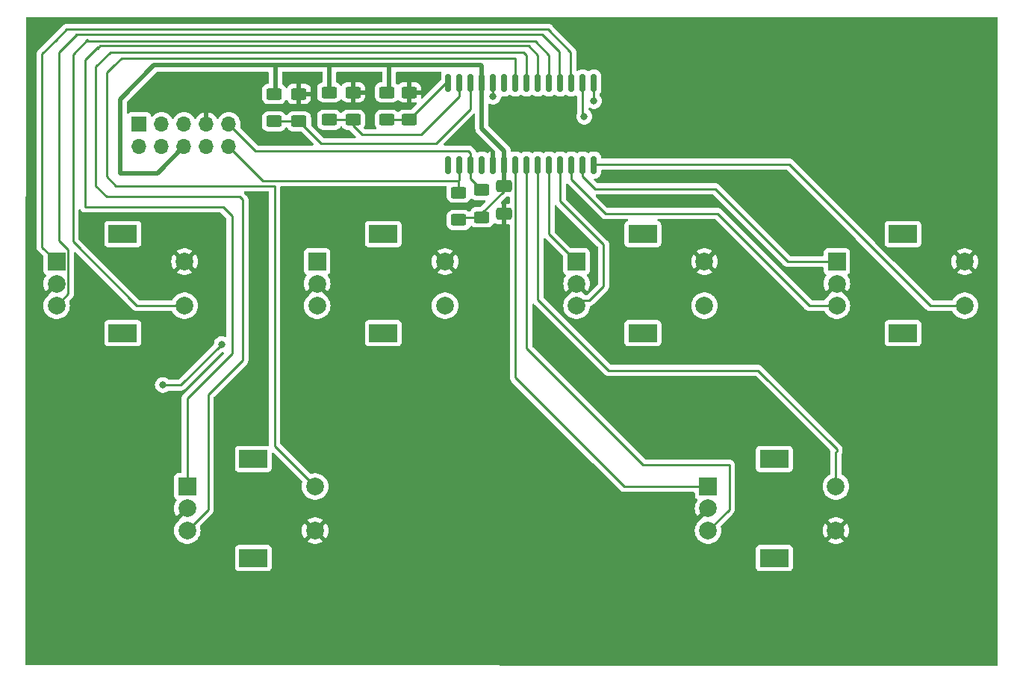
<source format=gbl>
G04 #@! TF.GenerationSoftware,KiCad,Pcbnew,7.0.7*
G04 #@! TF.CreationDate,2024-03-19T10:03:33+01:00*
G04 #@! TF.ProjectId,Poly_UA_controller_6enc_4sw,506f6c79-5f55-4415-9f63-6f6e74726f6c,rev?*
G04 #@! TF.SameCoordinates,Original*
G04 #@! TF.FileFunction,Copper,L2,Bot*
G04 #@! TF.FilePolarity,Positive*
%FSLAX46Y46*%
G04 Gerber Fmt 4.6, Leading zero omitted, Abs format (unit mm)*
G04 Created by KiCad (PCBNEW 7.0.7) date 2024-03-19 10:03:33*
%MOMM*%
%LPD*%
G01*
G04 APERTURE LIST*
G04 Aperture macros list*
%AMRoundRect*
0 Rectangle with rounded corners*
0 $1 Rounding radius*
0 $2 $3 $4 $5 $6 $7 $8 $9 X,Y pos of 4 corners*
0 Add a 4 corners polygon primitive as box body*
4,1,4,$2,$3,$4,$5,$6,$7,$8,$9,$2,$3,0*
0 Add four circle primitives for the rounded corners*
1,1,$1+$1,$2,$3*
1,1,$1+$1,$4,$5*
1,1,$1+$1,$6,$7*
1,1,$1+$1,$8,$9*
0 Add four rect primitives between the rounded corners*
20,1,$1+$1,$2,$3,$4,$5,0*
20,1,$1+$1,$4,$5,$6,$7,0*
20,1,$1+$1,$6,$7,$8,$9,0*
20,1,$1+$1,$8,$9,$2,$3,0*%
G04 Aperture macros list end*
G04 #@! TA.AperFunction,SMDPad,CuDef*
%ADD10RoundRect,0.250000X0.650000X-0.412500X0.650000X0.412500X-0.650000X0.412500X-0.650000X-0.412500X0*%
G04 #@! TD*
G04 #@! TA.AperFunction,SMDPad,CuDef*
%ADD11RoundRect,0.150000X0.150000X-0.875000X0.150000X0.875000X-0.150000X0.875000X-0.150000X-0.875000X0*%
G04 #@! TD*
G04 #@! TA.AperFunction,ComponentPad*
%ADD12R,2.000000X2.000000*%
G04 #@! TD*
G04 #@! TA.AperFunction,ComponentPad*
%ADD13C,2.000000*%
G04 #@! TD*
G04 #@! TA.AperFunction,ComponentPad*
%ADD14R,3.200000X2.000000*%
G04 #@! TD*
G04 #@! TA.AperFunction,SMDPad,CuDef*
%ADD15RoundRect,0.250000X0.625000X-0.400000X0.625000X0.400000X-0.625000X0.400000X-0.625000X-0.400000X0*%
G04 #@! TD*
G04 #@! TA.AperFunction,SMDPad,CuDef*
%ADD16RoundRect,0.250000X-0.625000X0.400000X-0.625000X-0.400000X0.625000X-0.400000X0.625000X0.400000X0*%
G04 #@! TD*
G04 #@! TA.AperFunction,ComponentPad*
%ADD17R,1.700000X1.700000*%
G04 #@! TD*
G04 #@! TA.AperFunction,ComponentPad*
%ADD18O,1.700000X1.700000*%
G04 #@! TD*
G04 #@! TA.AperFunction,ViaPad*
%ADD19C,0.800000*%
G04 #@! TD*
G04 #@! TA.AperFunction,Conductor*
%ADD20C,0.500000*%
G04 #@! TD*
G04 #@! TA.AperFunction,Conductor*
%ADD21C,0.250000*%
G04 #@! TD*
G04 APERTURE END LIST*
D10*
X143535400Y-58878000D03*
X143535400Y-55753000D03*
D11*
X153720800Y-53341800D03*
X152450800Y-53341800D03*
X151180800Y-53341800D03*
X149910800Y-53341800D03*
X148640800Y-53341800D03*
X147370800Y-53341800D03*
X146100800Y-53341800D03*
X144830800Y-53341800D03*
X143560800Y-53341800D03*
X142290800Y-53341800D03*
X141020800Y-53341800D03*
X139750800Y-53341800D03*
X138480800Y-53341800D03*
X137210800Y-53341800D03*
X137210800Y-44041800D03*
X138480800Y-44041800D03*
X139750800Y-44041800D03*
X141020800Y-44041800D03*
X142290800Y-44041800D03*
X143560800Y-44041800D03*
X144830800Y-44041800D03*
X146100800Y-44041800D03*
X147370800Y-44041800D03*
X148640800Y-44041800D03*
X149910800Y-44041800D03*
X151180800Y-44041800D03*
X152450800Y-44041800D03*
X153720800Y-44041800D03*
D12*
X166663800Y-89752800D03*
D13*
X166663800Y-94752800D03*
X166663800Y-92252800D03*
D14*
X174163800Y-97852800D03*
X174163800Y-86652800D03*
D13*
X181163800Y-94752800D03*
X181163800Y-89752800D03*
D12*
X107608800Y-89752800D03*
D13*
X107608800Y-94752800D03*
X107608800Y-92252800D03*
D14*
X115108800Y-97852800D03*
X115108800Y-86652800D03*
D13*
X122108800Y-94752800D03*
X122108800Y-89752800D03*
D12*
X181268800Y-64276600D03*
D13*
X181268800Y-69276600D03*
X181268800Y-66776600D03*
D14*
X188768800Y-72376600D03*
X188768800Y-61176600D03*
D13*
X195768800Y-69276600D03*
X195768800Y-64276600D03*
X166254000Y-64276600D03*
X166254000Y-69276600D03*
D14*
X159254000Y-61176600D03*
X159254000Y-72376600D03*
D13*
X151754000Y-66776600D03*
X151754000Y-69276600D03*
D12*
X151754000Y-64276600D03*
X122340800Y-64276600D03*
D13*
X122340800Y-69276600D03*
X122340800Y-66776600D03*
D14*
X129840800Y-72376600D03*
X129840800Y-61176600D03*
D13*
X136840800Y-69276600D03*
X136840800Y-64276600D03*
D12*
X92800600Y-64276600D03*
D13*
X92800600Y-69276600D03*
X92800600Y-66776600D03*
D14*
X100300600Y-72376600D03*
X100300600Y-61176600D03*
D13*
X107300600Y-69276600D03*
X107300600Y-64276600D03*
D15*
X132765800Y-45110400D03*
X132765800Y-48210400D03*
X120269000Y-48388200D03*
X120269000Y-45288200D03*
D16*
X130251200Y-48210400D03*
X130251200Y-45110400D03*
X117450200Y-45288200D03*
X117450200Y-48388200D03*
D15*
X126415800Y-48210400D03*
X126415800Y-45110400D03*
D16*
X123697400Y-45110400D03*
X123697400Y-48210400D03*
X141020800Y-56159400D03*
X141020800Y-59259400D03*
D15*
X138404600Y-59564200D03*
X138404600Y-56464200D03*
D17*
X102158800Y-48717200D03*
D18*
X102158800Y-51257200D03*
X104698800Y-48717200D03*
X104698800Y-51257200D03*
X107238800Y-48717200D03*
X107238800Y-51257200D03*
X109778800Y-48717200D03*
X109778800Y-51257200D03*
X112318800Y-48717200D03*
X112318800Y-51257200D03*
D19*
X117195600Y-50393600D03*
X121691400Y-43459400D03*
X134696200Y-43535600D03*
X128219200Y-43535600D03*
X139141200Y-50088800D03*
X180035200Y-104343200D03*
X105283000Y-80797400D03*
X141376400Y-79451200D03*
X114604800Y-79781400D03*
X116357400Y-60020200D03*
X121843800Y-57683400D03*
X177317400Y-59537600D03*
X178816000Y-66725800D03*
X173939200Y-71145400D03*
X178028600Y-89687400D03*
X162915600Y-85471000D03*
X166827200Y-80086200D03*
X193954400Y-96748600D03*
X146583400Y-107467400D03*
X145872200Y-103708200D03*
X142748000Y-97231200D03*
X100888800Y-90906600D03*
X97358200Y-70891400D03*
X90881200Y-37998400D03*
X110007400Y-44653200D03*
X148412200Y-49530000D03*
X170434000Y-44500800D03*
X153720800Y-46075600D03*
X152628600Y-47853600D03*
X142290800Y-45567600D03*
X104851200Y-78257400D03*
X111531400Y-73634600D03*
D20*
X104241600Y-54254400D02*
X107238800Y-51257200D01*
X99999800Y-45872400D02*
X99999800Y-54254400D01*
X103835200Y-42037000D02*
X99999800Y-45872400D01*
X117602000Y-42037000D02*
X103835200Y-42037000D01*
X99999800Y-54254400D02*
X104241600Y-54254400D01*
D21*
X120269000Y-48388200D02*
X117450200Y-48388200D01*
X151104600Y-43965600D02*
X151180800Y-44041800D01*
X148539200Y-37973000D02*
X151104600Y-40538400D01*
X151104600Y-40538400D02*
X151104600Y-43965600D01*
X93929200Y-37973000D02*
X148539200Y-37973000D01*
X92724400Y-39177800D02*
X93929200Y-37973000D01*
X149834600Y-43965600D02*
X149910800Y-44041800D01*
X149834600Y-40513000D02*
X149834600Y-43965600D01*
X94996000Y-38557200D02*
X147878800Y-38557200D01*
X94945200Y-38608000D02*
X94996000Y-38557200D01*
X147878800Y-38557200D02*
X149834600Y-40513000D01*
X96291400Y-39293800D02*
X96240600Y-39243000D01*
X147066000Y-39293800D02*
X96291400Y-39293800D01*
X148640800Y-44041800D02*
X148640800Y-40868600D01*
X148640800Y-40868600D02*
X147066000Y-39293800D01*
X97764600Y-39827200D02*
X97434400Y-40157400D01*
X147370800Y-40894000D02*
X146304000Y-39827200D01*
X147370800Y-44041800D02*
X147370800Y-40894000D01*
X146304000Y-39827200D02*
X97764600Y-39827200D01*
X146100800Y-40894000D02*
X146100800Y-44041800D01*
X145745200Y-40538400D02*
X146100800Y-40894000D01*
X98933000Y-40538400D02*
X145745200Y-40538400D01*
X97256600Y-42214800D02*
X98933000Y-40538400D01*
X97256600Y-55753000D02*
X97256600Y-42214800D01*
X113919000Y-75438000D02*
X113919000Y-57277000D01*
X113919000Y-57277000D02*
X113588800Y-56946800D01*
X109982000Y-79375000D02*
X113919000Y-75438000D01*
X113588800Y-56946800D02*
X98450400Y-56946800D01*
X109982000Y-92379600D02*
X109982000Y-79375000D01*
X98450400Y-56946800D02*
X97256600Y-55753000D01*
X107608800Y-94752800D02*
X109982000Y-92379600D01*
X100152200Y-41224200D02*
X99288600Y-42087800D01*
X144818100Y-41224200D02*
X100152200Y-41224200D01*
X144830800Y-41236900D02*
X144818100Y-41224200D01*
X144830800Y-44041800D02*
X144830800Y-41236900D01*
X141020800Y-59259400D02*
X138709400Y-59259400D01*
X138709400Y-59259400D02*
X138404600Y-59564200D01*
X141020800Y-58801000D02*
X141020800Y-59259400D01*
X143535400Y-55753000D02*
X143535400Y-56286400D01*
X143535400Y-56286400D02*
X141020800Y-58801000D01*
X139750800Y-54889400D02*
X141020800Y-56159400D01*
X139750800Y-53341800D02*
X139750800Y-54889400D01*
X138379200Y-56438800D02*
X138404600Y-56464200D01*
X138379200Y-55092600D02*
X138379200Y-56438800D01*
D20*
X117602000Y-45136400D02*
X117450200Y-45288200D01*
X117602000Y-42037000D02*
X117602000Y-45136400D01*
X123748800Y-42037000D02*
X117602000Y-42037000D01*
X123748800Y-45059000D02*
X123697400Y-45110400D01*
X123748800Y-42037000D02*
X123748800Y-45059000D01*
X130505200Y-42037000D02*
X123748800Y-42037000D01*
X130505200Y-42037000D02*
X130505200Y-44856400D01*
X130505200Y-44856400D02*
X130251200Y-45110400D01*
X140919200Y-42037000D02*
X130505200Y-42037000D01*
D21*
X122782400Y-50901600D02*
X120269000Y-48388200D01*
X135813800Y-50901600D02*
X122782400Y-50901600D01*
X139750800Y-46964600D02*
X135813800Y-50901600D01*
X139750800Y-44041800D02*
X139750800Y-46964600D01*
X134162800Y-49885600D02*
X127406400Y-49885600D01*
X138480800Y-45567600D02*
X134162800Y-49885600D01*
X126415800Y-48895000D02*
X126415800Y-48210400D01*
X138480800Y-44041800D02*
X138480800Y-45567600D01*
X127406400Y-49885600D02*
X126415800Y-48895000D01*
X136934400Y-44041800D02*
X132765800Y-48210400D01*
X137210800Y-44041800D02*
X136934400Y-44041800D01*
X98501200Y-42875200D02*
X99364800Y-42011600D01*
X98501200Y-54660800D02*
X98501200Y-42875200D01*
X99542600Y-55702200D02*
X98501200Y-54660800D01*
X122108800Y-89752800D02*
X117525800Y-85169800D01*
X117525800Y-85169800D02*
X117525800Y-55702200D01*
X117525800Y-55702200D02*
X99542600Y-55702200D01*
D20*
X141020800Y-44041800D02*
X141020800Y-42138600D01*
X141020800Y-42138600D02*
X140919200Y-42037000D01*
D21*
X139750800Y-51993800D02*
X139750800Y-53341800D01*
X139496800Y-51739800D02*
X139750800Y-51993800D01*
X115341400Y-51739800D02*
X139496800Y-51739800D01*
X112318800Y-48717200D02*
X115341400Y-51739800D01*
X138480800Y-54991000D02*
X138480800Y-53341800D01*
X116154200Y-55092600D02*
X138379200Y-55092600D01*
X112318800Y-51257200D02*
X116154200Y-55092600D01*
X138379200Y-55092600D02*
X138480800Y-54991000D01*
X93091000Y-40538400D02*
X94919800Y-38709600D01*
X93091000Y-61917000D02*
X93091000Y-40538400D01*
X94125600Y-62951600D02*
X93091000Y-61917000D01*
X94919800Y-38709600D02*
X95021400Y-38709600D01*
X92800600Y-69276600D02*
X94125600Y-67951600D01*
X94125600Y-67951600D02*
X94125600Y-62951600D01*
X96062800Y-41452800D02*
X97510600Y-40005000D01*
X96062800Y-58089800D02*
X96062800Y-41452800D01*
X111683800Y-58089800D02*
X96062800Y-58089800D01*
X112699800Y-59105800D02*
X111683800Y-58089800D01*
X107608800Y-79741600D02*
X112699800Y-74650600D01*
X107608800Y-89752800D02*
X107608800Y-79741600D01*
X112699800Y-74650600D02*
X112699800Y-59105800D01*
X94665800Y-40817800D02*
X96316800Y-39166800D01*
X94665800Y-62026800D02*
X94665800Y-40817800D01*
X101915600Y-69276600D02*
X94665800Y-62026800D01*
X107300600Y-69276600D02*
X101915600Y-69276600D01*
X91160600Y-40741600D02*
X92800600Y-39101600D01*
X91160600Y-62636600D02*
X91160600Y-40741600D01*
X92800600Y-64276600D02*
X91160600Y-62636600D01*
D20*
X143560800Y-55854600D02*
X143408400Y-56007000D01*
X143560800Y-53341800D02*
X143560800Y-55854600D01*
D21*
X138480800Y-44041800D02*
X138480800Y-43615049D01*
X139750800Y-44041800D02*
X139750800Y-43129200D01*
D20*
X143560800Y-51739800D02*
X143560800Y-53341800D01*
X141020800Y-49199800D02*
X143560800Y-51739800D01*
X141020800Y-44041800D02*
X141020800Y-49199800D01*
D21*
X153720800Y-44041800D02*
X153720800Y-46075600D01*
X152450800Y-44041800D02*
X152450800Y-47675800D01*
X152450800Y-47675800D02*
X152628600Y-47853600D01*
X142290800Y-45567600D02*
X142290800Y-44041800D01*
X169062400Y-92354200D02*
X166663800Y-94752800D01*
X169062400Y-87325200D02*
X169062400Y-92354200D01*
X159308800Y-87325200D02*
X169062400Y-87325200D01*
X146100800Y-53341800D02*
X146100800Y-74117200D01*
X146100800Y-74117200D02*
X159308800Y-87325200D01*
X144830800Y-77419200D02*
X144830800Y-53341800D01*
X157164400Y-89752800D02*
X144830800Y-77419200D01*
X166663800Y-89752800D02*
X157164400Y-89752800D01*
X181163800Y-85891800D02*
X181163800Y-89752800D01*
X181279800Y-85547200D02*
X181279800Y-85775800D01*
X172339000Y-76606400D02*
X181279800Y-85547200D01*
X181279800Y-85775800D02*
X181163800Y-85891800D01*
X155371800Y-76606400D02*
X172339000Y-76606400D01*
X147370800Y-68605400D02*
X155371800Y-76606400D01*
X147370800Y-53341800D02*
X147370800Y-68605400D01*
X153212800Y-68681600D02*
X152349000Y-68681600D01*
X154813000Y-67081400D02*
X153212800Y-68681600D01*
X149910800Y-57429400D02*
X154813000Y-62331600D01*
X154813000Y-62331600D02*
X154813000Y-67081400D01*
X149910800Y-53341800D02*
X149910800Y-57429400D01*
X152349000Y-68681600D02*
X151754000Y-69276600D01*
X148640800Y-61163400D02*
X151754000Y-64276600D01*
X148640800Y-53341800D02*
X148640800Y-61163400D01*
X178191800Y-69276600D02*
X181268800Y-69276600D01*
X167741600Y-58826400D02*
X178191800Y-69276600D01*
X155016200Y-58826400D02*
X167741600Y-58826400D01*
X151180800Y-54991000D02*
X155016200Y-58826400D01*
X151180800Y-53341800D02*
X151180800Y-54991000D01*
X191882400Y-69276600D02*
X195768800Y-69276600D01*
X175844200Y-53238400D02*
X191882400Y-69276600D01*
X153824200Y-53238400D02*
X175844200Y-53238400D01*
X153720800Y-53341800D02*
X153824200Y-53238400D01*
X153822400Y-56032400D02*
X152450800Y-54660800D01*
X167487600Y-56032400D02*
X153822400Y-56032400D01*
X175731800Y-64276600D02*
X167487600Y-56032400D01*
X181268800Y-64276600D02*
X175731800Y-64276600D01*
X152450800Y-54660800D02*
X152450800Y-53341800D01*
X104851200Y-78257400D02*
X104876600Y-78257400D01*
X106908600Y-78257400D02*
X104851200Y-78257400D01*
X111531400Y-73634600D02*
X106908600Y-78257400D01*
D20*
X123393200Y-44806200D02*
X123697400Y-45110400D01*
D21*
X126415800Y-48210400D02*
X123697400Y-48210400D01*
X132765800Y-48210400D02*
X130251200Y-48210400D01*
G04 #@! TA.AperFunction,Conductor*
G36*
X167244187Y-56677585D02*
G01*
X167264829Y-56694219D01*
X175230997Y-64660388D01*
X175240822Y-64672651D01*
X175241043Y-64672469D01*
X175246014Y-64678478D01*
X175270586Y-64701552D01*
X175296435Y-64725826D01*
X175317329Y-64746720D01*
X175322811Y-64750973D01*
X175327243Y-64754757D01*
X175361218Y-64786662D01*
X175378776Y-64796314D01*
X175395035Y-64806995D01*
X175410864Y-64819273D01*
X175453638Y-64837782D01*
X175458856Y-64840338D01*
X175499708Y-64862797D01*
X175519116Y-64867780D01*
X175537517Y-64874080D01*
X175555904Y-64882037D01*
X175599288Y-64888908D01*
X175601919Y-64889325D01*
X175607639Y-64890509D01*
X175652781Y-64902100D01*
X175672816Y-64902100D01*
X175692214Y-64903626D01*
X175711994Y-64906759D01*
X175711995Y-64906760D01*
X175711995Y-64906759D01*
X175711996Y-64906760D01*
X175758383Y-64902375D01*
X175764222Y-64902100D01*
X179644301Y-64902100D01*
X179711340Y-64921785D01*
X179757095Y-64974589D01*
X179768301Y-65026100D01*
X179768301Y-65324476D01*
X179774708Y-65384083D01*
X179825002Y-65518928D01*
X179825006Y-65518935D01*
X179911252Y-65634144D01*
X179911255Y-65634147D01*
X180027786Y-65721383D01*
X180069657Y-65777317D01*
X180074641Y-65847008D01*
X180057284Y-65888470D01*
X179945067Y-66060231D01*
X179845212Y-66287882D01*
X179784187Y-66528861D01*
X179784185Y-66528870D01*
X179763659Y-66776594D01*
X179763659Y-66776605D01*
X179784185Y-67024329D01*
X179784187Y-67024338D01*
X179845212Y-67265317D01*
X179945066Y-67492964D01*
X180045364Y-67646482D01*
X180659850Y-67031995D01*
X180721173Y-66998510D01*
X180790864Y-67003494D01*
X180846798Y-67045365D01*
X180851839Y-67052625D01*
X180883058Y-67101204D01*
X180887039Y-67107398D01*
X181002402Y-67207359D01*
X181000093Y-67210022D01*
X181034806Y-67250099D01*
X181044735Y-67319260D01*
X181015698Y-67382810D01*
X181009682Y-67389269D01*
X180392900Y-68006050D01*
X180382282Y-68052748D01*
X180350176Y-68090156D01*
X180249055Y-68168862D01*
X180080633Y-68351817D01*
X179944624Y-68559996D01*
X179937205Y-68576911D01*
X179892249Y-68630397D01*
X179825513Y-68651086D01*
X179823650Y-68651100D01*
X178502252Y-68651100D01*
X178435213Y-68631415D01*
X178414571Y-68614781D01*
X168242403Y-58442612D01*
X168232580Y-58430350D01*
X168232359Y-58430534D01*
X168227386Y-58424523D01*
X168191413Y-58390742D01*
X168176964Y-58377173D01*
X168166519Y-58366728D01*
X168156075Y-58356283D01*
X168150586Y-58352025D01*
X168146161Y-58348247D01*
X168112182Y-58316338D01*
X168112180Y-58316336D01*
X168112177Y-58316335D01*
X168094629Y-58306688D01*
X168078363Y-58296004D01*
X168062533Y-58283725D01*
X168019768Y-58265218D01*
X168014522Y-58262648D01*
X167973693Y-58240203D01*
X167973692Y-58240202D01*
X167954293Y-58235222D01*
X167935881Y-58228918D01*
X167917498Y-58220962D01*
X167917492Y-58220960D01*
X167871474Y-58213672D01*
X167865752Y-58212487D01*
X167820621Y-58200900D01*
X167820619Y-58200900D01*
X167800584Y-58200900D01*
X167781186Y-58199373D01*
X167773762Y-58198197D01*
X167761405Y-58196240D01*
X167761404Y-58196240D01*
X167715016Y-58200625D01*
X167709178Y-58200900D01*
X155326652Y-58200900D01*
X155259613Y-58181215D01*
X155238971Y-58164581D01*
X153943972Y-56869581D01*
X153910487Y-56808258D01*
X153915471Y-56738566D01*
X153957343Y-56682633D01*
X154022807Y-56658216D01*
X154031653Y-56657900D01*
X167177148Y-56657900D01*
X167244187Y-56677585D01*
G37*
G04 #@! TD.AperFunction*
G04 #@! TA.AperFunction,Conductor*
G36*
X149469341Y-57875989D02*
G01*
X149487110Y-57890689D01*
X149491432Y-57894622D01*
X154151181Y-62554371D01*
X154184666Y-62615694D01*
X154187500Y-62642052D01*
X154187500Y-66770947D01*
X154167815Y-66837986D01*
X154151181Y-66858628D01*
X152990028Y-68019781D01*
X152928705Y-68053266D01*
X152902347Y-68056100D01*
X152731310Y-68056100D01*
X152664271Y-68036415D01*
X152643629Y-68019781D01*
X152013116Y-67389269D01*
X151979631Y-67327946D01*
X151984615Y-67258255D01*
X152021640Y-67208793D01*
X152020398Y-67207359D01*
X152074568Y-67160421D01*
X152135761Y-67107398D01*
X152170954Y-67052637D01*
X152223755Y-67006883D01*
X152292914Y-66996939D01*
X152356470Y-67025963D01*
X152362949Y-67031996D01*
X152977434Y-67646482D01*
X153077731Y-67492969D01*
X153177587Y-67265317D01*
X153238612Y-67024338D01*
X153238614Y-67024329D01*
X153259141Y-66776605D01*
X153259141Y-66776594D01*
X153238614Y-66528870D01*
X153238612Y-66528861D01*
X153177587Y-66287882D01*
X153077732Y-66060232D01*
X152965515Y-65888470D01*
X152945328Y-65821581D01*
X152964508Y-65754395D01*
X152995013Y-65721382D01*
X152996329Y-65720396D01*
X152996331Y-65720396D01*
X153111546Y-65634146D01*
X153197796Y-65518931D01*
X153248091Y-65384083D01*
X153254500Y-65324473D01*
X153254499Y-63228728D01*
X153248091Y-63169117D01*
X153222991Y-63101821D01*
X153197797Y-63034271D01*
X153197793Y-63034264D01*
X153111547Y-62919055D01*
X153111544Y-62919052D01*
X152996335Y-62832806D01*
X152996328Y-62832802D01*
X152861482Y-62782508D01*
X152861483Y-62782508D01*
X152801883Y-62776101D01*
X152801881Y-62776100D01*
X152801873Y-62776100D01*
X152801865Y-62776100D01*
X151189453Y-62776100D01*
X151122414Y-62756415D01*
X151101772Y-62739781D01*
X149302619Y-60940628D01*
X149269134Y-60879305D01*
X149266300Y-60852947D01*
X149266300Y-57971532D01*
X149285985Y-57904493D01*
X149338789Y-57858738D01*
X149407947Y-57848794D01*
X149469341Y-57875989D01*
G37*
G04 #@! TD.AperFunction*
G04 #@! TA.AperFunction,Conductor*
G36*
X140189634Y-47512869D02*
G01*
X140245567Y-47554741D01*
X140269984Y-47620205D01*
X140270300Y-47629051D01*
X140270300Y-49136094D01*
X140268991Y-49154063D01*
X140265510Y-49177825D01*
X140270064Y-49229864D01*
X140270300Y-49235270D01*
X140270300Y-49243509D01*
X140274106Y-49276074D01*
X140280800Y-49352591D01*
X140282261Y-49359667D01*
X140282203Y-49359678D01*
X140283834Y-49367037D01*
X140283892Y-49367024D01*
X140285557Y-49374050D01*
X140311825Y-49446224D01*
X140335985Y-49519131D01*
X140339036Y-49525674D01*
X140338982Y-49525698D01*
X140342270Y-49532488D01*
X140342321Y-49532463D01*
X140345561Y-49538913D01*
X140345562Y-49538914D01*
X140345563Y-49538917D01*
X140378237Y-49588596D01*
X140387765Y-49603083D01*
X140428087Y-49668455D01*
X140432566Y-49674119D01*
X140432519Y-49674156D01*
X140437282Y-49680002D01*
X140437328Y-49679964D01*
X140441973Y-49685500D01*
X140497818Y-49738185D01*
X140497818Y-49738186D01*
X141553169Y-50793537D01*
X142504481Y-51744848D01*
X142537966Y-51806171D01*
X142540800Y-51832529D01*
X142540800Y-53467800D01*
X142521115Y-53534839D01*
X142468311Y-53580594D01*
X142416800Y-53591800D01*
X142164800Y-53591800D01*
X142097761Y-53572115D01*
X142052006Y-53519311D01*
X142040800Y-53467800D01*
X142040800Y-51819503D01*
X142038303Y-51819700D01*
X141880606Y-51865516D01*
X141880603Y-51865517D01*
X141739249Y-51949113D01*
X141733083Y-51953897D01*
X141731189Y-51951455D01*
X141682380Y-51978039D01*
X141612694Y-51972979D01*
X141580027Y-51951959D01*
X141578831Y-51953502D01*
X141572662Y-51948717D01*
X141490522Y-51900140D01*
X141431198Y-51865056D01*
X141431197Y-51865055D01*
X141431196Y-51865055D01*
X141431193Y-51865054D01*
X141273373Y-51819202D01*
X141273367Y-51819201D01*
X141236496Y-51816300D01*
X141236494Y-51816300D01*
X140805106Y-51816300D01*
X140805104Y-51816300D01*
X140768232Y-51819201D01*
X140768226Y-51819202D01*
X140610406Y-51865054D01*
X140610405Y-51865054D01*
X140542658Y-51905119D01*
X140474934Y-51922300D01*
X140408671Y-51900140D01*
X140364909Y-51845674D01*
X140364246Y-51844034D01*
X140344312Y-51793688D01*
X140342419Y-51788158D01*
X140329419Y-51743412D01*
X140319218Y-51726163D01*
X140310660Y-51708694D01*
X140303286Y-51690068D01*
X140303283Y-51690064D01*
X140303283Y-51690063D01*
X140275898Y-51652371D01*
X140272690Y-51647487D01*
X140248972Y-51607382D01*
X140248963Y-51607371D01*
X140234805Y-51593213D01*
X140222170Y-51578420D01*
X140210393Y-51562212D01*
X140174493Y-51532513D01*
X140170181Y-51528590D01*
X139997603Y-51356012D01*
X139987780Y-51343750D01*
X139987559Y-51343934D01*
X139982586Y-51337923D01*
X139981080Y-51336509D01*
X139932164Y-51290573D01*
X139921719Y-51280128D01*
X139911275Y-51269683D01*
X139905786Y-51265425D01*
X139901361Y-51261647D01*
X139867382Y-51229738D01*
X139867380Y-51229736D01*
X139867377Y-51229735D01*
X139849829Y-51220088D01*
X139833563Y-51209404D01*
X139817736Y-51197127D01*
X139817735Y-51197126D01*
X139817733Y-51197125D01*
X139774968Y-51178618D01*
X139769722Y-51176048D01*
X139728893Y-51153603D01*
X139728892Y-51153602D01*
X139709493Y-51148622D01*
X139691081Y-51142318D01*
X139672698Y-51134362D01*
X139672692Y-51134360D01*
X139626674Y-51127072D01*
X139620952Y-51125887D01*
X139575821Y-51114300D01*
X139575819Y-51114300D01*
X139555784Y-51114300D01*
X139536386Y-51112773D01*
X139528962Y-51111597D01*
X139516605Y-51109640D01*
X139516604Y-51109640D01*
X139470216Y-51114025D01*
X139464378Y-51114300D01*
X136785052Y-51114300D01*
X136718013Y-51094615D01*
X136672258Y-51041811D01*
X136662314Y-50972653D01*
X136691339Y-50909097D01*
X136697371Y-50902619D01*
X140058619Y-47541370D01*
X140119942Y-47507885D01*
X140189634Y-47512869D01*
G37*
G04 #@! TD.AperFunction*
G04 #@! TA.AperFunction,Conductor*
G36*
X116794539Y-42807185D02*
G01*
X116840294Y-42859989D01*
X116851500Y-42911500D01*
X116851500Y-44017927D01*
X116831815Y-44084966D01*
X116779011Y-44130721D01*
X116740102Y-44141285D01*
X116672402Y-44148201D01*
X116672400Y-44148201D01*
X116505868Y-44203385D01*
X116505863Y-44203387D01*
X116356542Y-44295489D01*
X116232489Y-44419542D01*
X116140387Y-44568863D01*
X116140385Y-44568868D01*
X116140315Y-44569080D01*
X116085201Y-44735403D01*
X116085201Y-44735404D01*
X116085200Y-44735404D01*
X116074700Y-44838183D01*
X116074700Y-45738201D01*
X116074701Y-45738219D01*
X116085200Y-45840996D01*
X116085201Y-45840999D01*
X116140385Y-46007531D01*
X116140387Y-46007536D01*
X116146045Y-46016709D01*
X116232488Y-46156856D01*
X116356544Y-46280912D01*
X116505866Y-46373014D01*
X116672403Y-46428199D01*
X116775191Y-46438700D01*
X118125208Y-46438699D01*
X118227997Y-46428199D01*
X118394534Y-46373014D01*
X118543856Y-46280912D01*
X118667912Y-46156856D01*
X118754355Y-46016707D01*
X118806301Y-45969984D01*
X118875264Y-45958761D01*
X118939346Y-45986604D01*
X118965432Y-46016708D01*
X119051684Y-46156545D01*
X119175654Y-46280515D01*
X119324875Y-46372556D01*
X119324880Y-46372558D01*
X119491302Y-46427705D01*
X119491309Y-46427706D01*
X119594019Y-46438199D01*
X120018999Y-46438199D01*
X120019000Y-46438198D01*
X120019000Y-45538200D01*
X120519000Y-45538200D01*
X120519000Y-46438199D01*
X120943972Y-46438199D01*
X120943986Y-46438198D01*
X121046697Y-46427705D01*
X121213119Y-46372558D01*
X121213124Y-46372556D01*
X121362345Y-46280515D01*
X121486315Y-46156545D01*
X121578356Y-46007324D01*
X121578358Y-46007319D01*
X121633505Y-45840897D01*
X121633506Y-45840890D01*
X121643999Y-45738186D01*
X121644000Y-45738173D01*
X121644000Y-45538200D01*
X120519000Y-45538200D01*
X120019000Y-45538200D01*
X120019000Y-44138200D01*
X120519000Y-44138200D01*
X120519000Y-45038200D01*
X121643999Y-45038200D01*
X121643999Y-44838228D01*
X121643998Y-44838213D01*
X121633505Y-44735502D01*
X121578358Y-44569080D01*
X121578356Y-44569075D01*
X121486315Y-44419854D01*
X121362345Y-44295884D01*
X121213124Y-44203843D01*
X121213119Y-44203841D01*
X121046697Y-44148694D01*
X121046690Y-44148693D01*
X120943986Y-44138200D01*
X120519000Y-44138200D01*
X120019000Y-44138200D01*
X119594028Y-44138200D01*
X119594012Y-44138201D01*
X119491302Y-44148694D01*
X119324880Y-44203841D01*
X119324875Y-44203843D01*
X119175654Y-44295884D01*
X119051683Y-44419855D01*
X119051680Y-44419859D01*
X118965431Y-44559691D01*
X118913483Y-44606416D01*
X118844521Y-44617637D01*
X118780439Y-44589794D01*
X118754354Y-44559690D01*
X118753067Y-44557604D01*
X118667912Y-44419544D01*
X118543856Y-44295488D01*
X118411402Y-44213790D01*
X118364679Y-44161843D01*
X118352500Y-44108252D01*
X118352500Y-42911500D01*
X118372185Y-42844461D01*
X118424989Y-42798706D01*
X118476500Y-42787500D01*
X122874300Y-42787500D01*
X122941339Y-42807185D01*
X122987094Y-42859989D01*
X122998300Y-42911500D01*
X122998300Y-43854782D01*
X122978615Y-43921821D01*
X122925811Y-43967576D01*
X122913304Y-43972488D01*
X122753068Y-44025585D01*
X122753063Y-44025587D01*
X122603742Y-44117689D01*
X122479689Y-44241742D01*
X122387587Y-44391063D01*
X122387585Y-44391068D01*
X122378046Y-44419855D01*
X122332401Y-44557603D01*
X122332401Y-44557604D01*
X122332400Y-44557604D01*
X122321900Y-44660383D01*
X122321900Y-45560401D01*
X122321901Y-45560419D01*
X122332400Y-45663196D01*
X122332401Y-45663199D01*
X122387515Y-45829519D01*
X122387586Y-45829734D01*
X122479688Y-45979056D01*
X122603744Y-46103112D01*
X122753066Y-46195214D01*
X122919603Y-46250399D01*
X123022391Y-46260900D01*
X124372408Y-46260899D01*
X124475197Y-46250399D01*
X124641734Y-46195214D01*
X124791056Y-46103112D01*
X124915112Y-45979056D01*
X124951355Y-45920295D01*
X125003301Y-45873572D01*
X125072263Y-45862349D01*
X125136346Y-45890192D01*
X125162431Y-45920296D01*
X125198480Y-45978740D01*
X125198483Y-45978744D01*
X125322454Y-46102715D01*
X125471675Y-46194756D01*
X125471680Y-46194758D01*
X125638102Y-46249905D01*
X125638109Y-46249906D01*
X125740819Y-46260399D01*
X126165799Y-46260399D01*
X126165800Y-46260398D01*
X126665799Y-46260398D01*
X126665800Y-46260399D01*
X127090772Y-46260399D01*
X127090786Y-46260398D01*
X127193497Y-46249905D01*
X127359919Y-46194758D01*
X127359924Y-46194756D01*
X127509145Y-46102715D01*
X127633115Y-45978745D01*
X127725156Y-45829524D01*
X127725158Y-45829519D01*
X127780305Y-45663097D01*
X127780306Y-45663090D01*
X127790799Y-45560386D01*
X127790800Y-45560373D01*
X127790800Y-45360400D01*
X126665800Y-45360400D01*
X126665799Y-46260398D01*
X126165800Y-46260398D01*
X126165800Y-43960400D01*
X126665800Y-43960400D01*
X126665800Y-44860400D01*
X127790799Y-44860400D01*
X127790799Y-44660428D01*
X127790798Y-44660413D01*
X127780305Y-44557702D01*
X127725158Y-44391280D01*
X127725156Y-44391275D01*
X127633115Y-44242054D01*
X127509145Y-44118084D01*
X127359924Y-44026043D01*
X127359919Y-44026041D01*
X127193497Y-43970894D01*
X127193490Y-43970893D01*
X127090786Y-43960400D01*
X126665800Y-43960400D01*
X126165800Y-43960400D01*
X125740828Y-43960400D01*
X125740812Y-43960401D01*
X125638102Y-43970894D01*
X125471680Y-44026041D01*
X125471675Y-44026043D01*
X125322454Y-44118084D01*
X125198482Y-44242056D01*
X125162431Y-44300504D01*
X125110482Y-44347228D01*
X125041520Y-44358449D01*
X124977438Y-44330605D01*
X124951354Y-44300502D01*
X124915112Y-44241744D01*
X124791057Y-44117689D01*
X124791056Y-44117688D01*
X124641734Y-44025586D01*
X124641732Y-44025585D01*
X124641730Y-44025584D01*
X124641731Y-44025584D01*
X124584294Y-44006551D01*
X124526850Y-43966778D01*
X124500028Y-43902262D01*
X124499300Y-43888846D01*
X124499300Y-42911500D01*
X124518985Y-42844461D01*
X124571789Y-42798706D01*
X124623300Y-42787500D01*
X129630700Y-42787500D01*
X129697739Y-42807185D01*
X129743494Y-42859989D01*
X129754700Y-42911500D01*
X129754699Y-43835900D01*
X129735014Y-43902940D01*
X129682210Y-43948694D01*
X129630701Y-43959900D01*
X129576199Y-43959900D01*
X129576180Y-43959901D01*
X129473403Y-43970400D01*
X129473400Y-43970401D01*
X129306868Y-44025585D01*
X129306863Y-44025587D01*
X129157542Y-44117689D01*
X129033489Y-44241742D01*
X128941387Y-44391063D01*
X128941385Y-44391068D01*
X128931846Y-44419855D01*
X128886201Y-44557603D01*
X128886201Y-44557604D01*
X128886200Y-44557604D01*
X128875700Y-44660383D01*
X128875700Y-45560401D01*
X128875701Y-45560419D01*
X128886200Y-45663196D01*
X128886201Y-45663199D01*
X128941315Y-45829519D01*
X128941386Y-45829734D01*
X129033488Y-45979056D01*
X129157544Y-46103112D01*
X129306866Y-46195214D01*
X129473403Y-46250399D01*
X129576191Y-46260900D01*
X130926208Y-46260899D01*
X131028997Y-46250399D01*
X131195534Y-46195214D01*
X131344856Y-46103112D01*
X131421175Y-46026792D01*
X131482494Y-45993310D01*
X131552186Y-45998294D01*
X131596534Y-46026795D01*
X131672454Y-46102715D01*
X131821675Y-46194756D01*
X131821680Y-46194758D01*
X131988102Y-46249905D01*
X131988109Y-46249906D01*
X132090819Y-46260399D01*
X132515799Y-46260399D01*
X132515800Y-46260398D01*
X132515800Y-43960400D01*
X133015800Y-43960400D01*
X133015800Y-44860400D01*
X134140799Y-44860400D01*
X134140799Y-44660428D01*
X134140798Y-44660413D01*
X134130305Y-44557702D01*
X134075158Y-44391280D01*
X134075156Y-44391275D01*
X133983115Y-44242054D01*
X133859145Y-44118084D01*
X133709924Y-44026043D01*
X133709919Y-44026041D01*
X133543497Y-43970894D01*
X133543490Y-43970893D01*
X133440786Y-43960400D01*
X133015800Y-43960400D01*
X132515800Y-43960400D01*
X132090828Y-43960400D01*
X132090812Y-43960401D01*
X131988102Y-43970894D01*
X131821680Y-44026041D01*
X131821675Y-44026043D01*
X131672457Y-44118082D01*
X131596534Y-44194005D01*
X131535210Y-44227489D01*
X131465519Y-44222504D01*
X131421172Y-44194004D01*
X131344856Y-44117688D01*
X131344852Y-44117685D01*
X131314603Y-44099027D01*
X131267878Y-44047079D01*
X131255700Y-43993489D01*
X131255700Y-42911500D01*
X131275385Y-42844461D01*
X131328189Y-42798706D01*
X131379700Y-42787500D01*
X136328447Y-42787500D01*
X136395486Y-42807185D01*
X136441241Y-42859989D01*
X136451185Y-42929147D01*
X136447523Y-42946095D01*
X136413202Y-43064226D01*
X136413201Y-43064232D01*
X136410300Y-43101104D01*
X136410300Y-43629946D01*
X136390615Y-43696985D01*
X136373981Y-43717627D01*
X134342837Y-45748770D01*
X134281514Y-45782255D01*
X134211822Y-45777271D01*
X134155889Y-45735399D01*
X134131472Y-45669935D01*
X134131798Y-45648485D01*
X134140799Y-45560383D01*
X134140800Y-45560373D01*
X134140800Y-45360400D01*
X133015800Y-45360400D01*
X133015800Y-46260399D01*
X133440772Y-46260399D01*
X133440786Y-46260398D01*
X133528887Y-46251398D01*
X133597580Y-46264167D01*
X133648464Y-46312048D01*
X133665385Y-46379838D01*
X133642969Y-46446014D01*
X133629170Y-46462437D01*
X133068026Y-47023581D01*
X133006703Y-47057066D01*
X132980345Y-47059900D01*
X132090798Y-47059900D01*
X132090780Y-47059901D01*
X131988003Y-47070400D01*
X131988000Y-47070401D01*
X131821468Y-47125585D01*
X131821463Y-47125587D01*
X131672142Y-47217689D01*
X131596181Y-47293651D01*
X131534858Y-47327136D01*
X131465166Y-47322152D01*
X131420819Y-47293651D01*
X131344857Y-47217689D01*
X131344856Y-47217688D01*
X131195534Y-47125586D01*
X131028997Y-47070401D01*
X131028995Y-47070400D01*
X130926210Y-47059900D01*
X129576198Y-47059900D01*
X129576181Y-47059901D01*
X129473403Y-47070400D01*
X129473400Y-47070401D01*
X129306868Y-47125585D01*
X129306863Y-47125587D01*
X129157542Y-47217689D01*
X129033489Y-47341742D01*
X128941387Y-47491063D01*
X128941385Y-47491068D01*
X128931949Y-47519544D01*
X128886201Y-47657603D01*
X128886201Y-47657604D01*
X128886200Y-47657604D01*
X128875700Y-47760383D01*
X128875700Y-48660401D01*
X128875701Y-48660419D01*
X128886200Y-48763196D01*
X128886201Y-48763199D01*
X128941385Y-48929731D01*
X128941389Y-48929740D01*
X129028521Y-49071004D01*
X129046961Y-49138396D01*
X129026038Y-49205060D01*
X128972396Y-49249829D01*
X128922982Y-49260100D01*
X127744018Y-49260100D01*
X127676979Y-49240415D01*
X127631224Y-49187611D01*
X127621280Y-49118453D01*
X127638479Y-49071004D01*
X127711508Y-48952603D01*
X127725614Y-48929734D01*
X127780799Y-48763197D01*
X127791300Y-48660409D01*
X127791299Y-47760392D01*
X127780799Y-47657603D01*
X127725614Y-47491066D01*
X127633512Y-47341744D01*
X127509456Y-47217688D01*
X127360134Y-47125586D01*
X127193597Y-47070401D01*
X127193595Y-47070400D01*
X127090810Y-47059900D01*
X125740798Y-47059900D01*
X125740781Y-47059901D01*
X125638003Y-47070400D01*
X125638000Y-47070401D01*
X125471468Y-47125585D01*
X125471463Y-47125587D01*
X125322142Y-47217689D01*
X125198087Y-47341744D01*
X125162137Y-47400028D01*
X125110188Y-47446752D01*
X125041226Y-47457973D01*
X124977144Y-47430129D01*
X124951060Y-47400026D01*
X124938134Y-47379070D01*
X124915112Y-47341744D01*
X124791056Y-47217688D01*
X124641734Y-47125586D01*
X124475197Y-47070401D01*
X124475195Y-47070400D01*
X124372410Y-47059900D01*
X123022398Y-47059900D01*
X123022381Y-47059901D01*
X122919603Y-47070400D01*
X122919600Y-47070401D01*
X122753068Y-47125585D01*
X122753063Y-47125587D01*
X122603742Y-47217689D01*
X122479689Y-47341742D01*
X122387587Y-47491063D01*
X122387585Y-47491068D01*
X122378149Y-47519544D01*
X122332401Y-47657603D01*
X122332401Y-47657604D01*
X122332400Y-47657604D01*
X122321900Y-47760383D01*
X122321900Y-48660401D01*
X122321901Y-48660419D01*
X122332400Y-48763196D01*
X122332401Y-48763199D01*
X122387585Y-48929731D01*
X122387587Y-48929736D01*
X122414919Y-48974048D01*
X122479688Y-49079056D01*
X122603744Y-49203112D01*
X122753066Y-49295214D01*
X122919603Y-49350399D01*
X123022391Y-49360900D01*
X124372408Y-49360899D01*
X124475197Y-49350399D01*
X124641734Y-49295214D01*
X124791056Y-49203112D01*
X124915112Y-49079056D01*
X124951061Y-49020772D01*
X125003009Y-48974048D01*
X125071971Y-48962825D01*
X125136054Y-48990668D01*
X125162139Y-49020773D01*
X125193121Y-49071004D01*
X125198088Y-49079056D01*
X125322144Y-49203112D01*
X125471466Y-49295214D01*
X125638003Y-49350399D01*
X125740791Y-49360900D01*
X125945746Y-49360899D01*
X126012786Y-49380583D01*
X126033428Y-49397218D01*
X126700628Y-50064419D01*
X126734113Y-50125742D01*
X126729129Y-50195434D01*
X126687257Y-50251367D01*
X126621793Y-50275784D01*
X126612947Y-50276100D01*
X123092853Y-50276100D01*
X123025814Y-50256415D01*
X123005172Y-50239781D01*
X121680818Y-48915427D01*
X121647333Y-48854104D01*
X121644499Y-48827755D01*
X121644499Y-47938192D01*
X121633999Y-47835403D01*
X121578814Y-47668866D01*
X121486712Y-47519544D01*
X121362656Y-47395488D01*
X121213334Y-47303386D01*
X121046797Y-47248201D01*
X121046795Y-47248200D01*
X120944010Y-47237700D01*
X119593998Y-47237700D01*
X119593981Y-47237701D01*
X119491203Y-47248200D01*
X119491200Y-47248201D01*
X119324668Y-47303385D01*
X119324663Y-47303387D01*
X119175342Y-47395489D01*
X119051288Y-47519543D01*
X119051285Y-47519547D01*
X118965137Y-47659215D01*
X118913189Y-47705940D01*
X118844227Y-47717161D01*
X118780145Y-47689318D01*
X118754061Y-47659215D01*
X118667912Y-47519544D01*
X118543856Y-47395488D01*
X118394534Y-47303386D01*
X118227997Y-47248201D01*
X118227995Y-47248200D01*
X118125210Y-47237700D01*
X116775198Y-47237700D01*
X116775181Y-47237701D01*
X116672403Y-47248200D01*
X116672400Y-47248201D01*
X116505868Y-47303385D01*
X116505863Y-47303387D01*
X116356542Y-47395489D01*
X116232489Y-47519542D01*
X116140387Y-47668863D01*
X116140385Y-47668868D01*
X116122355Y-47723281D01*
X116085201Y-47835403D01*
X116085201Y-47835404D01*
X116085200Y-47835404D01*
X116074700Y-47938183D01*
X116074700Y-48838201D01*
X116074701Y-48838219D01*
X116085200Y-48940996D01*
X116085201Y-48940999D01*
X116124382Y-49059237D01*
X116140386Y-49107534D01*
X116232488Y-49256856D01*
X116356544Y-49380912D01*
X116505866Y-49473014D01*
X116672403Y-49528199D01*
X116775191Y-49538700D01*
X118125208Y-49538699D01*
X118227997Y-49528199D01*
X118394534Y-49473014D01*
X118543856Y-49380912D01*
X118667912Y-49256856D01*
X118754061Y-49117184D01*
X118806009Y-49070460D01*
X118874971Y-49059237D01*
X118939053Y-49087080D01*
X118965138Y-49117183D01*
X118982374Y-49145128D01*
X119046953Y-49249829D01*
X119051288Y-49256856D01*
X119175344Y-49380912D01*
X119324666Y-49473014D01*
X119491203Y-49528199D01*
X119593991Y-49538700D01*
X120483547Y-49538699D01*
X120550586Y-49558383D01*
X120571228Y-49575018D01*
X121898828Y-50902619D01*
X121932313Y-50963942D01*
X121927329Y-51033634D01*
X121885457Y-51089567D01*
X121819993Y-51113984D01*
X121811147Y-51114300D01*
X115651852Y-51114300D01*
X115584813Y-51094615D01*
X115564171Y-51077981D01*
X113659037Y-49172846D01*
X113625552Y-49111523D01*
X113626942Y-49053076D01*
X113653863Y-48952608D01*
X113674459Y-48717200D01*
X113653863Y-48481792D01*
X113592703Y-48253537D01*
X113492835Y-48039371D01*
X113487531Y-48031795D01*
X113357294Y-47845797D01*
X113190202Y-47678706D01*
X113190195Y-47678701D01*
X113171119Y-47665344D01*
X113113318Y-47624871D01*
X112996634Y-47543167D01*
X112996630Y-47543165D01*
X112945981Y-47519547D01*
X112782463Y-47443297D01*
X112782459Y-47443296D01*
X112782455Y-47443294D01*
X112554213Y-47382138D01*
X112554203Y-47382136D01*
X112318801Y-47361541D01*
X112318799Y-47361541D01*
X112083396Y-47382136D01*
X112083386Y-47382138D01*
X111855144Y-47443294D01*
X111855135Y-47443298D01*
X111640971Y-47543164D01*
X111640969Y-47543165D01*
X111447397Y-47678705D01*
X111280308Y-47845794D01*
X111150069Y-48031795D01*
X111095492Y-48075419D01*
X111025993Y-48082612D01*
X110963639Y-48051090D01*
X110946919Y-48031794D01*
X110816913Y-47846126D01*
X110816908Y-47846120D01*
X110649882Y-47679094D01*
X110456378Y-47543599D01*
X110242292Y-47443770D01*
X110242286Y-47443767D01*
X110028800Y-47386564D01*
X110028800Y-48104898D01*
X110009115Y-48171937D01*
X109956311Y-48217692D01*
X109887155Y-48227636D01*
X109814566Y-48217200D01*
X109814563Y-48217200D01*
X109743037Y-48217200D01*
X109743033Y-48217200D01*
X109670445Y-48227636D01*
X109601287Y-48217692D01*
X109548484Y-48171936D01*
X109528800Y-48104898D01*
X109528800Y-47386564D01*
X109528799Y-47386564D01*
X109315313Y-47443767D01*
X109315307Y-47443770D01*
X109101222Y-47543599D01*
X109101220Y-47543600D01*
X108907726Y-47679086D01*
X108907720Y-47679091D01*
X108740691Y-47846120D01*
X108740690Y-47846122D01*
X108610680Y-48031795D01*
X108556103Y-48075419D01*
X108486604Y-48082612D01*
X108424250Y-48051090D01*
X108407530Y-48031794D01*
X108277294Y-47845797D01*
X108110202Y-47678706D01*
X108110195Y-47678701D01*
X108091119Y-47665344D01*
X108033318Y-47624871D01*
X107916634Y-47543167D01*
X107916630Y-47543165D01*
X107865981Y-47519547D01*
X107702463Y-47443297D01*
X107702459Y-47443296D01*
X107702455Y-47443294D01*
X107474213Y-47382138D01*
X107474203Y-47382136D01*
X107238801Y-47361541D01*
X107238799Y-47361541D01*
X107003396Y-47382136D01*
X107003386Y-47382138D01*
X106775144Y-47443294D01*
X106775135Y-47443298D01*
X106560971Y-47543164D01*
X106560969Y-47543165D01*
X106367397Y-47678705D01*
X106200305Y-47845797D01*
X106070375Y-48031358D01*
X106015798Y-48074983D01*
X105946300Y-48082177D01*
X105883945Y-48050654D01*
X105867225Y-48031358D01*
X105737294Y-47845797D01*
X105570202Y-47678706D01*
X105570195Y-47678701D01*
X105551119Y-47665344D01*
X105493318Y-47624871D01*
X105376634Y-47543167D01*
X105376630Y-47543165D01*
X105325981Y-47519547D01*
X105162463Y-47443297D01*
X105162459Y-47443296D01*
X105162455Y-47443294D01*
X104934213Y-47382138D01*
X104934203Y-47382136D01*
X104698801Y-47361541D01*
X104698799Y-47361541D01*
X104463396Y-47382136D01*
X104463386Y-47382138D01*
X104235144Y-47443294D01*
X104235135Y-47443298D01*
X104020971Y-47543164D01*
X104020969Y-47543165D01*
X103827400Y-47678703D01*
X103705473Y-47800630D01*
X103644150Y-47834114D01*
X103574458Y-47829130D01*
X103518525Y-47787258D01*
X103501610Y-47756281D01*
X103452597Y-47624871D01*
X103452593Y-47624864D01*
X103366347Y-47509655D01*
X103366344Y-47509652D01*
X103251135Y-47423406D01*
X103251128Y-47423402D01*
X103116282Y-47373108D01*
X103116283Y-47373108D01*
X103056683Y-47366701D01*
X103056681Y-47366700D01*
X103056673Y-47366700D01*
X103056664Y-47366700D01*
X101260929Y-47366700D01*
X101260923Y-47366701D01*
X101201316Y-47373108D01*
X101066471Y-47423402D01*
X101066464Y-47423406D01*
X100948611Y-47511632D01*
X100883147Y-47536050D01*
X100814874Y-47521199D01*
X100765468Y-47471794D01*
X100750300Y-47412366D01*
X100750300Y-46841047D01*
X100750300Y-46234625D01*
X100769984Y-46167590D01*
X100786613Y-46146953D01*
X104109747Y-42823819D01*
X104171071Y-42790334D01*
X104197429Y-42787500D01*
X116727500Y-42787500D01*
X116794539Y-42807185D01*
G37*
G04 #@! TD.AperFunction*
G04 #@! TA.AperFunction,Conductor*
G36*
X199405262Y-36601336D02*
G01*
X199472288Y-36621050D01*
X199518018Y-36673876D01*
X199529200Y-36725335D01*
X199529200Y-109933700D01*
X199509515Y-110000739D01*
X199456711Y-110046494D01*
X199405200Y-110057700D01*
X197371798Y-110057700D01*
X89392771Y-110032830D01*
X89325737Y-110013130D01*
X89279994Y-109960315D01*
X89268800Y-109908830D01*
X89268800Y-98900670D01*
X113008300Y-98900670D01*
X113008301Y-98900676D01*
X113014708Y-98960283D01*
X113065002Y-99095128D01*
X113065006Y-99095135D01*
X113151252Y-99210344D01*
X113151255Y-99210347D01*
X113266464Y-99296593D01*
X113266471Y-99296597D01*
X113401317Y-99346891D01*
X113401316Y-99346891D01*
X113408244Y-99347635D01*
X113460927Y-99353300D01*
X116756672Y-99353299D01*
X116816283Y-99346891D01*
X116951131Y-99296596D01*
X117066346Y-99210346D01*
X117152596Y-99095131D01*
X117202891Y-98960283D01*
X117209300Y-98900673D01*
X117209300Y-98900670D01*
X172063300Y-98900670D01*
X172063301Y-98900676D01*
X172069708Y-98960283D01*
X172120002Y-99095128D01*
X172120006Y-99095135D01*
X172206252Y-99210344D01*
X172206255Y-99210347D01*
X172321464Y-99296593D01*
X172321471Y-99296597D01*
X172456317Y-99346891D01*
X172456316Y-99346891D01*
X172463244Y-99347635D01*
X172515927Y-99353300D01*
X175811672Y-99353299D01*
X175871283Y-99346891D01*
X176006131Y-99296596D01*
X176121346Y-99210346D01*
X176207596Y-99095131D01*
X176257891Y-98960283D01*
X176264300Y-98900673D01*
X176264299Y-96804928D01*
X176257891Y-96745317D01*
X176207596Y-96610469D01*
X176207595Y-96610468D01*
X176207593Y-96610464D01*
X176121347Y-96495255D01*
X176121344Y-96495252D01*
X176006135Y-96409006D01*
X176006128Y-96409002D01*
X175871282Y-96358708D01*
X175871283Y-96358708D01*
X175811683Y-96352301D01*
X175811681Y-96352300D01*
X175811673Y-96352300D01*
X175811664Y-96352300D01*
X172515929Y-96352300D01*
X172515923Y-96352301D01*
X172456316Y-96358708D01*
X172321471Y-96409002D01*
X172321464Y-96409006D01*
X172206255Y-96495252D01*
X172206252Y-96495255D01*
X172120006Y-96610464D01*
X172120002Y-96610471D01*
X172069708Y-96745317D01*
X172063301Y-96804916D01*
X172063301Y-96804923D01*
X172063300Y-96804935D01*
X172063300Y-98900670D01*
X117209300Y-98900670D01*
X117209299Y-96804928D01*
X117202891Y-96745317D01*
X117152596Y-96610469D01*
X117152595Y-96610468D01*
X117152593Y-96610464D01*
X117066347Y-96495255D01*
X117066344Y-96495252D01*
X116951135Y-96409006D01*
X116951128Y-96409002D01*
X116816282Y-96358708D01*
X116816283Y-96358708D01*
X116756683Y-96352301D01*
X116756681Y-96352300D01*
X116756673Y-96352300D01*
X116756664Y-96352300D01*
X113460929Y-96352300D01*
X113460923Y-96352301D01*
X113401316Y-96358708D01*
X113266471Y-96409002D01*
X113266464Y-96409006D01*
X113151255Y-96495252D01*
X113151252Y-96495255D01*
X113065006Y-96610464D01*
X113065002Y-96610471D01*
X113014708Y-96745317D01*
X113008301Y-96804916D01*
X113008301Y-96804923D01*
X113008300Y-96804935D01*
X113008300Y-98900670D01*
X89268800Y-98900670D01*
X89268800Y-97303600D01*
X89272763Y-93482250D01*
X89293563Y-73424470D01*
X98200100Y-73424470D01*
X98200101Y-73424476D01*
X98206508Y-73484083D01*
X98256802Y-73618928D01*
X98256806Y-73618935D01*
X98343052Y-73734144D01*
X98343055Y-73734147D01*
X98458264Y-73820393D01*
X98458271Y-73820397D01*
X98593117Y-73870691D01*
X98593116Y-73870691D01*
X98600044Y-73871435D01*
X98652727Y-73877100D01*
X101948472Y-73877099D01*
X102008083Y-73870691D01*
X102142931Y-73820396D01*
X102258146Y-73734146D01*
X102344396Y-73618931D01*
X102394691Y-73484083D01*
X102401100Y-73424473D01*
X102401099Y-71328728D01*
X102394691Y-71269117D01*
X102344396Y-71134269D01*
X102344395Y-71134268D01*
X102344393Y-71134264D01*
X102258147Y-71019055D01*
X102258144Y-71019052D01*
X102142935Y-70932806D01*
X102142928Y-70932802D01*
X102008082Y-70882508D01*
X102008083Y-70882508D01*
X101948483Y-70876101D01*
X101948481Y-70876100D01*
X101948473Y-70876100D01*
X101948464Y-70876100D01*
X98652729Y-70876100D01*
X98652723Y-70876101D01*
X98593116Y-70882508D01*
X98458271Y-70932802D01*
X98458264Y-70932806D01*
X98343055Y-71019052D01*
X98343052Y-71019055D01*
X98256806Y-71134264D01*
X98256802Y-71134271D01*
X98206508Y-71269117D01*
X98200101Y-71328716D01*
X98200101Y-71328723D01*
X98200100Y-71328735D01*
X98200100Y-73424470D01*
X89293563Y-73424470D01*
X89327475Y-40721795D01*
X90530440Y-40721795D01*
X90534825Y-40768183D01*
X90535100Y-40774021D01*
X90535100Y-62553855D01*
X90533375Y-62569472D01*
X90533661Y-62569499D01*
X90532926Y-62577265D01*
X90535100Y-62646414D01*
X90535100Y-62675943D01*
X90535101Y-62675960D01*
X90535968Y-62682831D01*
X90536426Y-62688650D01*
X90537890Y-62735224D01*
X90537891Y-62735227D01*
X90543480Y-62754467D01*
X90547424Y-62773511D01*
X90549936Y-62793391D01*
X90567090Y-62836719D01*
X90568982Y-62842247D01*
X90581982Y-62886990D01*
X90588630Y-62898232D01*
X90592180Y-62904234D01*
X90600738Y-62921703D01*
X90608114Y-62940332D01*
X90635498Y-62978023D01*
X90638706Y-62982907D01*
X90662427Y-63023016D01*
X90662433Y-63023024D01*
X90676590Y-63037180D01*
X90689228Y-63051976D01*
X90701005Y-63068186D01*
X90701006Y-63068187D01*
X90736909Y-63097888D01*
X90741220Y-63101810D01*
X91046126Y-63406716D01*
X91263781Y-63624371D01*
X91297266Y-63685694D01*
X91300100Y-63712052D01*
X91300100Y-65324470D01*
X91300101Y-65324476D01*
X91306508Y-65384083D01*
X91356802Y-65518928D01*
X91356806Y-65518935D01*
X91443052Y-65634144D01*
X91443055Y-65634147D01*
X91559586Y-65721383D01*
X91601457Y-65777317D01*
X91606441Y-65847008D01*
X91589084Y-65888470D01*
X91476867Y-66060231D01*
X91377012Y-66287882D01*
X91315987Y-66528861D01*
X91315985Y-66528870D01*
X91295458Y-66776594D01*
X91295458Y-66776605D01*
X91315985Y-67024329D01*
X91315987Y-67024338D01*
X91377012Y-67265317D01*
X91476866Y-67492964D01*
X91577164Y-67646482D01*
X92191650Y-67031995D01*
X92252973Y-66998510D01*
X92322664Y-67003494D01*
X92378598Y-67045365D01*
X92383639Y-67052625D01*
X92414858Y-67101204D01*
X92418839Y-67107398D01*
X92534202Y-67207359D01*
X92531893Y-67210022D01*
X92566606Y-67250099D01*
X92576535Y-67319260D01*
X92547498Y-67382810D01*
X92541482Y-67389269D01*
X91924700Y-68006050D01*
X91914082Y-68052748D01*
X91881976Y-68090156D01*
X91780855Y-68168862D01*
X91612433Y-68351817D01*
X91476426Y-68559993D01*
X91376536Y-68787718D01*
X91315492Y-69028775D01*
X91315490Y-69028787D01*
X91294957Y-69276594D01*
X91294957Y-69276605D01*
X91315490Y-69524412D01*
X91315492Y-69524424D01*
X91376536Y-69765481D01*
X91476426Y-69993206D01*
X91612433Y-70201382D01*
X91612436Y-70201385D01*
X91780856Y-70384338D01*
X91977091Y-70537074D01*
X92195790Y-70655428D01*
X92430986Y-70736171D01*
X92676265Y-70777100D01*
X92924935Y-70777100D01*
X93170214Y-70736171D01*
X93405410Y-70655428D01*
X93624109Y-70537074D01*
X93820344Y-70384338D01*
X93988764Y-70201385D01*
X94124773Y-69993207D01*
X94224663Y-69765481D01*
X94285708Y-69524421D01*
X94295467Y-69406650D01*
X94306243Y-69276605D01*
X94306243Y-69276594D01*
X94285709Y-69028787D01*
X94285707Y-69028775D01*
X94231736Y-68815649D01*
X94234361Y-68745829D01*
X94264261Y-68697528D01*
X94347008Y-68614781D01*
X94509387Y-68452402D01*
X94521642Y-68442586D01*
X94521459Y-68442364D01*
X94527466Y-68437392D01*
X94527477Y-68437386D01*
X94558375Y-68404482D01*
X94574827Y-68386964D01*
X94585271Y-68376518D01*
X94595720Y-68366071D01*
X94599979Y-68360578D01*
X94603752Y-68356161D01*
X94635662Y-68322182D01*
X94645315Y-68304620D01*
X94655989Y-68288370D01*
X94668273Y-68272536D01*
X94686780Y-68229767D01*
X94689349Y-68224524D01*
X94711796Y-68183693D01*
X94711797Y-68183692D01*
X94716777Y-68164291D01*
X94723078Y-68145888D01*
X94731038Y-68127496D01*
X94738330Y-68081449D01*
X94739511Y-68075752D01*
X94744557Y-68056100D01*
X94751100Y-68030619D01*
X94751099Y-68010586D01*
X94752627Y-67991183D01*
X94755759Y-67971408D01*
X94755760Y-67971406D01*
X94751375Y-67925015D01*
X94751100Y-67919177D01*
X94751100Y-65634143D01*
X94751100Y-63296048D01*
X94770784Y-63229013D01*
X94823588Y-63183258D01*
X94892746Y-63173314D01*
X94956302Y-63202339D01*
X94962780Y-63208371D01*
X101414797Y-69660388D01*
X101424622Y-69672651D01*
X101424843Y-69672469D01*
X101429814Y-69678478D01*
X101455817Y-69702895D01*
X101480235Y-69725826D01*
X101501129Y-69746720D01*
X101506611Y-69750973D01*
X101511043Y-69754757D01*
X101545018Y-69786662D01*
X101562574Y-69796313D01*
X101578835Y-69806995D01*
X101594664Y-69819273D01*
X101637438Y-69837782D01*
X101642656Y-69840338D01*
X101683508Y-69862797D01*
X101702916Y-69867780D01*
X101721317Y-69874080D01*
X101739704Y-69882037D01*
X101783088Y-69888908D01*
X101785719Y-69889325D01*
X101791439Y-69890509D01*
X101836581Y-69902100D01*
X101856616Y-69902100D01*
X101876014Y-69903626D01*
X101895794Y-69906759D01*
X101895795Y-69906760D01*
X101895795Y-69906759D01*
X101895796Y-69906760D01*
X101942183Y-69902375D01*
X101948022Y-69902100D01*
X105855450Y-69902100D01*
X105922489Y-69921785D01*
X105968244Y-69974589D01*
X105969005Y-69976289D01*
X105976424Y-69993203D01*
X106112433Y-70201382D01*
X106112436Y-70201385D01*
X106280856Y-70384338D01*
X106477091Y-70537074D01*
X106695790Y-70655428D01*
X106930986Y-70736171D01*
X107176265Y-70777100D01*
X107424935Y-70777100D01*
X107670214Y-70736171D01*
X107905410Y-70655428D01*
X108124109Y-70537074D01*
X108320344Y-70384338D01*
X108488764Y-70201385D01*
X108624773Y-69993207D01*
X108724663Y-69765481D01*
X108785708Y-69524421D01*
X108795467Y-69406650D01*
X108806243Y-69276605D01*
X108806243Y-69276594D01*
X108785709Y-69028787D01*
X108785707Y-69028775D01*
X108724663Y-68787718D01*
X108624773Y-68559993D01*
X108488766Y-68351817D01*
X108430345Y-68288355D01*
X108320344Y-68168862D01*
X108124109Y-68016126D01*
X108124107Y-68016125D01*
X108124106Y-68016124D01*
X107905411Y-67897772D01*
X107905402Y-67897769D01*
X107670216Y-67817029D01*
X107424935Y-67776100D01*
X107176265Y-67776100D01*
X106930983Y-67817029D01*
X106695797Y-67897769D01*
X106695788Y-67897772D01*
X106477093Y-68016124D01*
X106280857Y-68168861D01*
X106112433Y-68351817D01*
X105976424Y-68559996D01*
X105969005Y-68576911D01*
X105924049Y-68630397D01*
X105857313Y-68651086D01*
X105855450Y-68651100D01*
X102226053Y-68651100D01*
X102159014Y-68631415D01*
X102138372Y-68614781D01*
X97800197Y-64276605D01*
X105795458Y-64276605D01*
X105815985Y-64524329D01*
X105815987Y-64524338D01*
X105877012Y-64765317D01*
X105976866Y-64992964D01*
X106077164Y-65146482D01*
X106691650Y-64531995D01*
X106752973Y-64498510D01*
X106822664Y-64503494D01*
X106878598Y-64545365D01*
X106883639Y-64552625D01*
X106883648Y-64552639D01*
X106918839Y-64607398D01*
X107034202Y-64707359D01*
X107031893Y-64710022D01*
X107066606Y-64750099D01*
X107076535Y-64819260D01*
X107047498Y-64882810D01*
X107041482Y-64889269D01*
X106430542Y-65500209D01*
X106477368Y-65536655D01*
X106477370Y-65536656D01*
X106695985Y-65654964D01*
X106695996Y-65654969D01*
X106931106Y-65735683D01*
X107176307Y-65776600D01*
X107424893Y-65776600D01*
X107670093Y-65735683D01*
X107905203Y-65654969D01*
X107905214Y-65654964D01*
X108123828Y-65536657D01*
X108123831Y-65536655D01*
X108170656Y-65500209D01*
X107559716Y-64889269D01*
X107526231Y-64827946D01*
X107531215Y-64758254D01*
X107568241Y-64708793D01*
X107566998Y-64707359D01*
X107600330Y-64678477D01*
X107682361Y-64607398D01*
X107717554Y-64552637D01*
X107770355Y-64506883D01*
X107839514Y-64496939D01*
X107903070Y-64525963D01*
X107909549Y-64531996D01*
X108524034Y-65146482D01*
X108624331Y-64992969D01*
X108724187Y-64765317D01*
X108785212Y-64524338D01*
X108785214Y-64524329D01*
X108805741Y-64276605D01*
X108805741Y-64276594D01*
X108785214Y-64028870D01*
X108785212Y-64028861D01*
X108724187Y-63787882D01*
X108624331Y-63560230D01*
X108524034Y-63406716D01*
X107909549Y-64021202D01*
X107848226Y-64054687D01*
X107778534Y-64049703D01*
X107722601Y-64007831D01*
X107717553Y-64000561D01*
X107682361Y-63945802D01*
X107566998Y-63845841D01*
X107569298Y-63843185D01*
X107534560Y-63803028D01*
X107524674Y-63733861D01*
X107553752Y-63670329D01*
X107559716Y-63663929D01*
X108170656Y-63052989D01*
X108123829Y-63016543D01*
X107905214Y-62898235D01*
X107905203Y-62898230D01*
X107670093Y-62817516D01*
X107424893Y-62776600D01*
X107176307Y-62776600D01*
X106931106Y-62817516D01*
X106695996Y-62898230D01*
X106695990Y-62898232D01*
X106477361Y-63016549D01*
X106430542Y-63052988D01*
X106430542Y-63052990D01*
X107041483Y-63663930D01*
X107074968Y-63725253D01*
X107069984Y-63794944D01*
X107032958Y-63844405D01*
X107034202Y-63845841D01*
X106918838Y-63945802D01*
X106883646Y-64000562D01*
X106830842Y-64046317D01*
X106761683Y-64056260D01*
X106698128Y-64027234D01*
X106691650Y-64021203D01*
X106077164Y-63406716D01*
X105976867Y-63560232D01*
X105877012Y-63787882D01*
X105815987Y-64028861D01*
X105815985Y-64028870D01*
X105795458Y-64276594D01*
X105795458Y-64276605D01*
X97800197Y-64276605D01*
X95748062Y-62224470D01*
X98200100Y-62224470D01*
X98200101Y-62224476D01*
X98206508Y-62284083D01*
X98256802Y-62418928D01*
X98256806Y-62418935D01*
X98343052Y-62534144D01*
X98343055Y-62534147D01*
X98458264Y-62620393D01*
X98458271Y-62620397D01*
X98593117Y-62670691D01*
X98593116Y-62670691D01*
X98600044Y-62671435D01*
X98652727Y-62677100D01*
X101948472Y-62677099D01*
X102008083Y-62670691D01*
X102142931Y-62620396D01*
X102258146Y-62534146D01*
X102344396Y-62418931D01*
X102394691Y-62284083D01*
X102401100Y-62224473D01*
X102401099Y-60128728D01*
X102394691Y-60069117D01*
X102391359Y-60060184D01*
X102344397Y-59934271D01*
X102344393Y-59934264D01*
X102258147Y-59819055D01*
X102258144Y-59819052D01*
X102142935Y-59732806D01*
X102142928Y-59732802D01*
X102008082Y-59682508D01*
X102008083Y-59682508D01*
X101948483Y-59676101D01*
X101948481Y-59676100D01*
X101948473Y-59676100D01*
X101948464Y-59676100D01*
X98652729Y-59676100D01*
X98652723Y-59676101D01*
X98593116Y-59682508D01*
X98458271Y-59732802D01*
X98458264Y-59732806D01*
X98343055Y-59819052D01*
X98343052Y-59819055D01*
X98256806Y-59934264D01*
X98256802Y-59934271D01*
X98206508Y-60069117D01*
X98201792Y-60112988D01*
X98200101Y-60128723D01*
X98200100Y-60128735D01*
X98200100Y-62224470D01*
X95748062Y-62224470D01*
X95327619Y-61804027D01*
X95294134Y-61742704D01*
X95291300Y-61716346D01*
X95291300Y-58473717D01*
X95310985Y-58406678D01*
X95363789Y-58360923D01*
X95432947Y-58350979D01*
X95496503Y-58380004D01*
X95515616Y-58400830D01*
X95544076Y-58440002D01*
X95546255Y-58443209D01*
X95577013Y-58491676D01*
X95582964Y-58497264D01*
X95598404Y-58514778D01*
X95603203Y-58521385D01*
X95647447Y-58557987D01*
X95650367Y-58560561D01*
X95692218Y-58599862D01*
X95699378Y-58603798D01*
X95718679Y-58616914D01*
X95724977Y-58622124D01*
X95724978Y-58622124D01*
X95724979Y-58622125D01*
X95776925Y-58646569D01*
X95780397Y-58648338D01*
X95830703Y-58675995D01*
X95830705Y-58675995D01*
X95830708Y-58675997D01*
X95836005Y-58677356D01*
X95838614Y-58678027D01*
X95860577Y-58685933D01*
X95867974Y-58689414D01*
X95924376Y-58700173D01*
X95928162Y-58701019D01*
X95983781Y-58715300D01*
X95991953Y-58715300D01*
X96015185Y-58717496D01*
X96016789Y-58717801D01*
X96023212Y-58719027D01*
X96080524Y-58715421D01*
X96084397Y-58715300D01*
X111373348Y-58715300D01*
X111440387Y-58734985D01*
X111461029Y-58751619D01*
X112037981Y-59328571D01*
X112071466Y-59389894D01*
X112074300Y-59416252D01*
X112074300Y-72699651D01*
X112054615Y-72766690D01*
X112001811Y-72812445D01*
X111932653Y-72822389D01*
X111899864Y-72812931D01*
X111811203Y-72773456D01*
X111811201Y-72773455D01*
X111811200Y-72773455D01*
X111694502Y-72748650D01*
X111626046Y-72734100D01*
X111436754Y-72734100D01*
X111404297Y-72740998D01*
X111251597Y-72773455D01*
X111251592Y-72773457D01*
X111078670Y-72850448D01*
X111078665Y-72850451D01*
X110925529Y-72961711D01*
X110798866Y-73102385D01*
X110704221Y-73266315D01*
X110704218Y-73266322D01*
X110652832Y-73424473D01*
X110645726Y-73446344D01*
X110641760Y-73484082D01*
X110628079Y-73614249D01*
X110601494Y-73678863D01*
X110592439Y-73688968D01*
X106685828Y-77595581D01*
X106624505Y-77629066D01*
X106598147Y-77631900D01*
X105554948Y-77631900D01*
X105487909Y-77612215D01*
X105462800Y-77590874D01*
X105457073Y-77584514D01*
X105457069Y-77584510D01*
X105303934Y-77473251D01*
X105303929Y-77473248D01*
X105131007Y-77396257D01*
X105131002Y-77396255D01*
X104985201Y-77365265D01*
X104945846Y-77356900D01*
X104756554Y-77356900D01*
X104724097Y-77363798D01*
X104571397Y-77396255D01*
X104571392Y-77396257D01*
X104398470Y-77473248D01*
X104398465Y-77473251D01*
X104245329Y-77584511D01*
X104118666Y-77725185D01*
X104024021Y-77889115D01*
X104024018Y-77889122D01*
X103965527Y-78069140D01*
X103965526Y-78069144D01*
X103945740Y-78257400D01*
X103965526Y-78445656D01*
X103965527Y-78445659D01*
X104024018Y-78625677D01*
X104024021Y-78625684D01*
X104118667Y-78789616D01*
X104208346Y-78889214D01*
X104245329Y-78930288D01*
X104398465Y-79041548D01*
X104398470Y-79041551D01*
X104571392Y-79118542D01*
X104571397Y-79118544D01*
X104756554Y-79157900D01*
X104756555Y-79157900D01*
X104945844Y-79157900D01*
X104945846Y-79157900D01*
X105131003Y-79118544D01*
X105303930Y-79041551D01*
X105457071Y-78930288D01*
X105459988Y-78927047D01*
X105462800Y-78923926D01*
X105522287Y-78887279D01*
X105554948Y-78882900D01*
X106825857Y-78882900D01*
X106841477Y-78884624D01*
X106841504Y-78884339D01*
X106849260Y-78885071D01*
X106849267Y-78885073D01*
X106918414Y-78882900D01*
X106947950Y-78882900D01*
X106954828Y-78882030D01*
X106960641Y-78881572D01*
X107007227Y-78880109D01*
X107026469Y-78874517D01*
X107045512Y-78870574D01*
X107065392Y-78868064D01*
X107108722Y-78850907D01*
X107114246Y-78849017D01*
X107117996Y-78847927D01*
X107158990Y-78836018D01*
X107176229Y-78825822D01*
X107193703Y-78817262D01*
X107212327Y-78809888D01*
X107212327Y-78809887D01*
X107212332Y-78809886D01*
X107250049Y-78782482D01*
X107254905Y-78779292D01*
X107295020Y-78755570D01*
X107309189Y-78741399D01*
X107323979Y-78728768D01*
X107340187Y-78716994D01*
X107369899Y-78681076D01*
X107373812Y-78676776D01*
X111479171Y-74571419D01*
X111540495Y-74537934D01*
X111566853Y-74535100D01*
X111631347Y-74535100D01*
X111698386Y-74554785D01*
X111744141Y-74607589D01*
X111754085Y-74676747D01*
X111725060Y-74740303D01*
X111719028Y-74746781D01*
X107225008Y-79240799D01*
X107212751Y-79250620D01*
X107212934Y-79250841D01*
X107206923Y-79255813D01*
X107159572Y-79306236D01*
X107138689Y-79327119D01*
X107138677Y-79327132D01*
X107134421Y-79332617D01*
X107130637Y-79337047D01*
X107098737Y-79371018D01*
X107098736Y-79371020D01*
X107089084Y-79388576D01*
X107078410Y-79404826D01*
X107066129Y-79420661D01*
X107066124Y-79420668D01*
X107047615Y-79463438D01*
X107045045Y-79468684D01*
X107022603Y-79509506D01*
X107017622Y-79528907D01*
X107011321Y-79547310D01*
X107003362Y-79565702D01*
X107003361Y-79565705D01*
X106996071Y-79611727D01*
X106994887Y-79617446D01*
X106983301Y-79662572D01*
X106983300Y-79662582D01*
X106983300Y-79682616D01*
X106981773Y-79702015D01*
X106978640Y-79721794D01*
X106978639Y-79721797D01*
X106983024Y-79768185D01*
X106983299Y-79774021D01*
X106983300Y-88128300D01*
X106963615Y-88195339D01*
X106910811Y-88241094D01*
X106859300Y-88252300D01*
X106560930Y-88252300D01*
X106560923Y-88252301D01*
X106501316Y-88258708D01*
X106366471Y-88309002D01*
X106366464Y-88309006D01*
X106251255Y-88395252D01*
X106251252Y-88395255D01*
X106165006Y-88510464D01*
X106165002Y-88510471D01*
X106114708Y-88645317D01*
X106109814Y-88690845D01*
X106108301Y-88704923D01*
X106108300Y-88704935D01*
X106108300Y-90800670D01*
X106108301Y-90800676D01*
X106114708Y-90860283D01*
X106165002Y-90995128D01*
X106165006Y-90995135D01*
X106251252Y-91110344D01*
X106251255Y-91110347D01*
X106367786Y-91197583D01*
X106409657Y-91253517D01*
X106414641Y-91323208D01*
X106397284Y-91364670D01*
X106285067Y-91536431D01*
X106185212Y-91764082D01*
X106124187Y-92005061D01*
X106124185Y-92005070D01*
X106103658Y-92252794D01*
X106103658Y-92252805D01*
X106124185Y-92500529D01*
X106124187Y-92500538D01*
X106185212Y-92741517D01*
X106285066Y-92969164D01*
X106385364Y-93122682D01*
X106999850Y-92508195D01*
X107061173Y-92474710D01*
X107130864Y-92479694D01*
X107186798Y-92521565D01*
X107191839Y-92528825D01*
X107210228Y-92557439D01*
X107227039Y-92583598D01*
X107342402Y-92683559D01*
X107340093Y-92686222D01*
X107374806Y-92726299D01*
X107384735Y-92795460D01*
X107355698Y-92859010D01*
X107349682Y-92865469D01*
X106732900Y-93482250D01*
X106722282Y-93528948D01*
X106690176Y-93566356D01*
X106589055Y-93645062D01*
X106420633Y-93828017D01*
X106284626Y-94036193D01*
X106184736Y-94263918D01*
X106123692Y-94504975D01*
X106123690Y-94504987D01*
X106103157Y-94752794D01*
X106103157Y-94752805D01*
X106123690Y-95000612D01*
X106123692Y-95000624D01*
X106184736Y-95241681D01*
X106284626Y-95469406D01*
X106420633Y-95677582D01*
X106420636Y-95677585D01*
X106589056Y-95860538D01*
X106785291Y-96013274D01*
X106785293Y-96013275D01*
X107003132Y-96131164D01*
X107003990Y-96131628D01*
X107222941Y-96206794D01*
X107237764Y-96211883D01*
X107239186Y-96212371D01*
X107484465Y-96253300D01*
X107733135Y-96253300D01*
X107978414Y-96212371D01*
X108213610Y-96131628D01*
X108432309Y-96013274D01*
X108628544Y-95860538D01*
X108796964Y-95677585D01*
X108932973Y-95469407D01*
X109032863Y-95241681D01*
X109093908Y-95000621D01*
X109093916Y-95000529D01*
X109114443Y-94752805D01*
X120603658Y-94752805D01*
X120624185Y-95000529D01*
X120624187Y-95000538D01*
X120685212Y-95241517D01*
X120785066Y-95469164D01*
X120885364Y-95622682D01*
X121499850Y-95008195D01*
X121561173Y-94974710D01*
X121630864Y-94979694D01*
X121686798Y-95021565D01*
X121691839Y-95028825D01*
X121691848Y-95028839D01*
X121727039Y-95083598D01*
X121842402Y-95183559D01*
X121840093Y-95186222D01*
X121874806Y-95226299D01*
X121884735Y-95295460D01*
X121855698Y-95359010D01*
X121849682Y-95365469D01*
X121238742Y-95976409D01*
X121285568Y-96012855D01*
X121285570Y-96012856D01*
X121504185Y-96131164D01*
X121504196Y-96131169D01*
X121739306Y-96211883D01*
X121984507Y-96252800D01*
X122233093Y-96252800D01*
X122478293Y-96211883D01*
X122713403Y-96131169D01*
X122713414Y-96131164D01*
X122932028Y-96012857D01*
X122932031Y-96012855D01*
X122978856Y-95976409D01*
X122367916Y-95365469D01*
X122334431Y-95304146D01*
X122339415Y-95234454D01*
X122376441Y-95184993D01*
X122375198Y-95183559D01*
X122381900Y-95177752D01*
X122490561Y-95083598D01*
X122525754Y-95028837D01*
X122578555Y-94983083D01*
X122647714Y-94973139D01*
X122711270Y-95002163D01*
X122717749Y-95008196D01*
X123332234Y-95622682D01*
X123432531Y-95469169D01*
X123532387Y-95241517D01*
X123593412Y-95000538D01*
X123593414Y-95000529D01*
X123613941Y-94752805D01*
X123613941Y-94752794D01*
X123593414Y-94505070D01*
X123593412Y-94505061D01*
X123532387Y-94264082D01*
X123432531Y-94036430D01*
X123332234Y-93882916D01*
X122717749Y-94497402D01*
X122656426Y-94530887D01*
X122586734Y-94525903D01*
X122530801Y-94484031D01*
X122525753Y-94476761D01*
X122490561Y-94422002D01*
X122375198Y-94322041D01*
X122377498Y-94319385D01*
X122342760Y-94279228D01*
X122332874Y-94210061D01*
X122361952Y-94146529D01*
X122367916Y-94140129D01*
X122978856Y-93529189D01*
X122932029Y-93492743D01*
X122713414Y-93374435D01*
X122713403Y-93374430D01*
X122478293Y-93293716D01*
X122233093Y-93252800D01*
X121984507Y-93252800D01*
X121739306Y-93293716D01*
X121504196Y-93374430D01*
X121504190Y-93374432D01*
X121285561Y-93492749D01*
X121238742Y-93529188D01*
X121238742Y-93529190D01*
X121849683Y-94140130D01*
X121883168Y-94201453D01*
X121878184Y-94271144D01*
X121841158Y-94320605D01*
X121842402Y-94322041D01*
X121727038Y-94422002D01*
X121691846Y-94476762D01*
X121639042Y-94522517D01*
X121569883Y-94532460D01*
X121506328Y-94503434D01*
X121499850Y-94497403D01*
X120885364Y-93882916D01*
X120785067Y-94036432D01*
X120685212Y-94264082D01*
X120624187Y-94505061D01*
X120624185Y-94505070D01*
X120603658Y-94752794D01*
X120603658Y-94752805D01*
X109114443Y-94752805D01*
X109114443Y-94752794D01*
X109093909Y-94504987D01*
X109093908Y-94504983D01*
X109093908Y-94504979D01*
X109091989Y-94497403D01*
X109049052Y-94327848D01*
X109039936Y-94291849D01*
X109042560Y-94222030D01*
X109072458Y-94173730D01*
X110365786Y-92880402D01*
X110378048Y-92870580D01*
X110377865Y-92870359D01*
X110383867Y-92865392D01*
X110383877Y-92865386D01*
X110431241Y-92814948D01*
X110452120Y-92794070D01*
X110456373Y-92788586D01*
X110460150Y-92784163D01*
X110492062Y-92750182D01*
X110501714Y-92732623D01*
X110512389Y-92716372D01*
X110524674Y-92700536D01*
X110543186Y-92657752D01*
X110545742Y-92652535D01*
X110568197Y-92611692D01*
X110573180Y-92592280D01*
X110579477Y-92573891D01*
X110587438Y-92555495D01*
X110594729Y-92509453D01*
X110595908Y-92503762D01*
X110607500Y-92458619D01*
X110607500Y-92438582D01*
X110609027Y-92419182D01*
X110612160Y-92399404D01*
X110607775Y-92353015D01*
X110607500Y-92347177D01*
X110607500Y-79685451D01*
X110627185Y-79618412D01*
X110643814Y-79597775D01*
X114302786Y-75938802D01*
X114315048Y-75928980D01*
X114314865Y-75928759D01*
X114320867Y-75923792D01*
X114320877Y-75923786D01*
X114368241Y-75873348D01*
X114389120Y-75852470D01*
X114393370Y-75846989D01*
X114397151Y-75842561D01*
X114429062Y-75808582D01*
X114438713Y-75791024D01*
X114449396Y-75774761D01*
X114461673Y-75758936D01*
X114480183Y-75716158D01*
X114482743Y-75710932D01*
X114505197Y-75670092D01*
X114510178Y-75650687D01*
X114516482Y-75632279D01*
X114524438Y-75613895D01*
X114531729Y-75567853D01*
X114532908Y-75562162D01*
X114544500Y-75517019D01*
X114544500Y-75496982D01*
X114546027Y-75477583D01*
X114549160Y-75457804D01*
X114544773Y-75411407D01*
X114544499Y-75405584D01*
X114544499Y-66445802D01*
X114544499Y-57359727D01*
X114546225Y-57344123D01*
X114545938Y-57344096D01*
X114546672Y-57336333D01*
X114545968Y-57313942D01*
X114544500Y-57267203D01*
X114544500Y-57237650D01*
X114543629Y-57230759D01*
X114543172Y-57224945D01*
X114541709Y-57178373D01*
X114536121Y-57159139D01*
X114532174Y-57140081D01*
X114529664Y-57120208D01*
X114512507Y-57076875D01*
X114510614Y-57071346D01*
X114497618Y-57026614D01*
X114497617Y-57026610D01*
X114487420Y-57009368D01*
X114478863Y-56991902D01*
X114471486Y-56973268D01*
X114444083Y-56935550D01*
X114440900Y-56930705D01*
X114417170Y-56890579D01*
X114417165Y-56890573D01*
X114403005Y-56876413D01*
X114390370Y-56861620D01*
X114378593Y-56845412D01*
X114342693Y-56815713D01*
X114338381Y-56811790D01*
X114089603Y-56563012D01*
X114079780Y-56550750D01*
X114079559Y-56550934D01*
X114074585Y-56544921D01*
X114071571Y-56542091D01*
X114069922Y-56539284D01*
X114069613Y-56538911D01*
X114069673Y-56538861D01*
X114036177Y-56481849D01*
X114038971Y-56412035D01*
X114079066Y-56354815D01*
X114143731Y-56328355D01*
X114156456Y-56327700D01*
X116776300Y-56327700D01*
X116843339Y-56347385D01*
X116889094Y-56400189D01*
X116900300Y-56451700D01*
X116900300Y-85029695D01*
X116880615Y-85096734D01*
X116827811Y-85142489D01*
X116763057Y-85152986D01*
X116759606Y-85152615D01*
X116756673Y-85152300D01*
X116756670Y-85152300D01*
X113460929Y-85152300D01*
X113460923Y-85152301D01*
X113401316Y-85158708D01*
X113266471Y-85209002D01*
X113266464Y-85209006D01*
X113151255Y-85295252D01*
X113151252Y-85295255D01*
X113065006Y-85410464D01*
X113065002Y-85410471D01*
X113014708Y-85545317D01*
X113008301Y-85604916D01*
X113008301Y-85604923D01*
X113008300Y-85604935D01*
X113008300Y-87700670D01*
X113008301Y-87700676D01*
X113014708Y-87760283D01*
X113065002Y-87895128D01*
X113065006Y-87895135D01*
X113151252Y-88010344D01*
X113151255Y-88010347D01*
X113266464Y-88096593D01*
X113266471Y-88096597D01*
X113401317Y-88146891D01*
X113401316Y-88146891D01*
X113408244Y-88147635D01*
X113460927Y-88153300D01*
X116756672Y-88153299D01*
X116816283Y-88146891D01*
X116951131Y-88096596D01*
X117066346Y-88010346D01*
X117152596Y-87895131D01*
X117202891Y-87760283D01*
X117209300Y-87700673D01*
X117209299Y-86037250D01*
X117228984Y-85970212D01*
X117281787Y-85924457D01*
X117350946Y-85914513D01*
X117414502Y-85943538D01*
X117420980Y-85949570D01*
X120645138Y-89173728D01*
X120678623Y-89235051D01*
X120677663Y-89291849D01*
X120623692Y-89504974D01*
X120623690Y-89504987D01*
X120603157Y-89752794D01*
X120603157Y-89752805D01*
X120623690Y-90000612D01*
X120623692Y-90000624D01*
X120684736Y-90241681D01*
X120784626Y-90469406D01*
X120920633Y-90677582D01*
X120920636Y-90677585D01*
X121089056Y-90860538D01*
X121285291Y-91013274D01*
X121503990Y-91131628D01*
X121739186Y-91212371D01*
X121984465Y-91253300D01*
X122233135Y-91253300D01*
X122478414Y-91212371D01*
X122713610Y-91131628D01*
X122932309Y-91013274D01*
X123128544Y-90860538D01*
X123296964Y-90677585D01*
X123432973Y-90469407D01*
X123532863Y-90241681D01*
X123593908Y-90000621D01*
X123614443Y-89752800D01*
X123593908Y-89504979D01*
X123532863Y-89263919D01*
X123520200Y-89235051D01*
X123432973Y-89036193D01*
X123296966Y-88828017D01*
X123202850Y-88725780D01*
X123128544Y-88645062D01*
X122932309Y-88492326D01*
X122932307Y-88492325D01*
X122932306Y-88492324D01*
X122713611Y-88373972D01*
X122713602Y-88373969D01*
X122478416Y-88293229D01*
X122233135Y-88252300D01*
X121984465Y-88252300D01*
X121739186Y-88293228D01*
X121659511Y-88320580D01*
X121589712Y-88323729D01*
X121531569Y-88290979D01*
X118187619Y-84947028D01*
X118154134Y-84885705D01*
X118151300Y-84859347D01*
X118151300Y-73424470D01*
X127740300Y-73424470D01*
X127740301Y-73424476D01*
X127746708Y-73484083D01*
X127797002Y-73618928D01*
X127797006Y-73618935D01*
X127883252Y-73734144D01*
X127883255Y-73734147D01*
X127998464Y-73820393D01*
X127998471Y-73820397D01*
X128133317Y-73870691D01*
X128133316Y-73870691D01*
X128140244Y-73871435D01*
X128192927Y-73877100D01*
X131488672Y-73877099D01*
X131548283Y-73870691D01*
X131683131Y-73820396D01*
X131798346Y-73734146D01*
X131884596Y-73618931D01*
X131934891Y-73484083D01*
X131941300Y-73424473D01*
X131941299Y-71328728D01*
X131934891Y-71269117D01*
X131884596Y-71134269D01*
X131884595Y-71134268D01*
X131884593Y-71134264D01*
X131798347Y-71019055D01*
X131798344Y-71019052D01*
X131683135Y-70932806D01*
X131683128Y-70932802D01*
X131548282Y-70882508D01*
X131548283Y-70882508D01*
X131488683Y-70876101D01*
X131488681Y-70876100D01*
X131488673Y-70876100D01*
X131488664Y-70876100D01*
X128192929Y-70876100D01*
X128192923Y-70876101D01*
X128133316Y-70882508D01*
X127998471Y-70932802D01*
X127998464Y-70932806D01*
X127883255Y-71019052D01*
X127883252Y-71019055D01*
X127797006Y-71134264D01*
X127797002Y-71134271D01*
X127746708Y-71269117D01*
X127740301Y-71328716D01*
X127740301Y-71328723D01*
X127740300Y-71328735D01*
X127740300Y-73424470D01*
X118151300Y-73424470D01*
X118151300Y-69276605D01*
X120835157Y-69276605D01*
X120855690Y-69524412D01*
X120855692Y-69524424D01*
X120916736Y-69765481D01*
X121016626Y-69993206D01*
X121152633Y-70201382D01*
X121152636Y-70201385D01*
X121321056Y-70384338D01*
X121517291Y-70537074D01*
X121735990Y-70655428D01*
X121971186Y-70736171D01*
X122216465Y-70777100D01*
X122465135Y-70777100D01*
X122710414Y-70736171D01*
X122945610Y-70655428D01*
X123164309Y-70537074D01*
X123360544Y-70384338D01*
X123528964Y-70201385D01*
X123664973Y-69993207D01*
X123764863Y-69765481D01*
X123825908Y-69524421D01*
X123835667Y-69406650D01*
X123846443Y-69276605D01*
X135335157Y-69276605D01*
X135355690Y-69524412D01*
X135355692Y-69524424D01*
X135416736Y-69765481D01*
X135516626Y-69993206D01*
X135652633Y-70201382D01*
X135652636Y-70201385D01*
X135821056Y-70384338D01*
X136017291Y-70537074D01*
X136235990Y-70655428D01*
X136471186Y-70736171D01*
X136716465Y-70777100D01*
X136965135Y-70777100D01*
X137210414Y-70736171D01*
X137445610Y-70655428D01*
X137664309Y-70537074D01*
X137860544Y-70384338D01*
X138028964Y-70201385D01*
X138164973Y-69993207D01*
X138264863Y-69765481D01*
X138325908Y-69524421D01*
X138335667Y-69406650D01*
X138346443Y-69276605D01*
X138346443Y-69276594D01*
X138325909Y-69028787D01*
X138325907Y-69028775D01*
X138264863Y-68787718D01*
X138164973Y-68559993D01*
X138028966Y-68351817D01*
X137970545Y-68288355D01*
X137860544Y-68168862D01*
X137664309Y-68016126D01*
X137664307Y-68016125D01*
X137664306Y-68016124D01*
X137445611Y-67897772D01*
X137445602Y-67897769D01*
X137210416Y-67817029D01*
X136965135Y-67776100D01*
X136716465Y-67776100D01*
X136471183Y-67817029D01*
X136235997Y-67897769D01*
X136235988Y-67897772D01*
X136017293Y-68016124D01*
X135821057Y-68168861D01*
X135652633Y-68351817D01*
X135516626Y-68559993D01*
X135416736Y-68787718D01*
X135355692Y-69028775D01*
X135355690Y-69028787D01*
X135335157Y-69276594D01*
X135335157Y-69276605D01*
X123846443Y-69276605D01*
X123846443Y-69276594D01*
X123825909Y-69028787D01*
X123825907Y-69028775D01*
X123764863Y-68787718D01*
X123664973Y-68559993D01*
X123528966Y-68351817D01*
X123470545Y-68288355D01*
X123360544Y-68168862D01*
X123259423Y-68090156D01*
X123218610Y-68033446D01*
X123214497Y-68003849D01*
X122599916Y-67389269D01*
X122566431Y-67327946D01*
X122571415Y-67258255D01*
X122608440Y-67208793D01*
X122607198Y-67207359D01*
X122661368Y-67160421D01*
X122722561Y-67107398D01*
X122757754Y-67052637D01*
X122810555Y-67006883D01*
X122879714Y-66996939D01*
X122943270Y-67025963D01*
X122949749Y-67031996D01*
X123564234Y-67646482D01*
X123664531Y-67492969D01*
X123764387Y-67265317D01*
X123825412Y-67024338D01*
X123825414Y-67024329D01*
X123845941Y-66776605D01*
X123845941Y-66776594D01*
X123825414Y-66528870D01*
X123825412Y-66528861D01*
X123764387Y-66287882D01*
X123664532Y-66060232D01*
X123552315Y-65888470D01*
X123532128Y-65821581D01*
X123551308Y-65754395D01*
X123581813Y-65721382D01*
X123583129Y-65720396D01*
X123583131Y-65720396D01*
X123698346Y-65634146D01*
X123784596Y-65518931D01*
X123834891Y-65384083D01*
X123841300Y-65324473D01*
X123841300Y-64276605D01*
X135335659Y-64276605D01*
X135356185Y-64524329D01*
X135356187Y-64524338D01*
X135417212Y-64765317D01*
X135517066Y-64992964D01*
X135617364Y-65146482D01*
X136231850Y-64531995D01*
X136293173Y-64498510D01*
X136362864Y-64503494D01*
X136418798Y-64545365D01*
X136423839Y-64552625D01*
X136423848Y-64552639D01*
X136459039Y-64607398D01*
X136574402Y-64707359D01*
X136572093Y-64710022D01*
X136606806Y-64750099D01*
X136616735Y-64819260D01*
X136587698Y-64882810D01*
X136581682Y-64889269D01*
X135970742Y-65500209D01*
X136017568Y-65536655D01*
X136017570Y-65536656D01*
X136236185Y-65654964D01*
X136236196Y-65654969D01*
X136471306Y-65735683D01*
X136716507Y-65776600D01*
X136965093Y-65776600D01*
X137210293Y-65735683D01*
X137445403Y-65654969D01*
X137445414Y-65654964D01*
X137664028Y-65536657D01*
X137664031Y-65536655D01*
X137710856Y-65500209D01*
X137099916Y-64889269D01*
X137066431Y-64827946D01*
X137071415Y-64758254D01*
X137108441Y-64708793D01*
X137107198Y-64707359D01*
X137140530Y-64678477D01*
X137222561Y-64607398D01*
X137257754Y-64552637D01*
X137310555Y-64506883D01*
X137379714Y-64496939D01*
X137443270Y-64525963D01*
X137449749Y-64531996D01*
X138064234Y-65146482D01*
X138164531Y-64992969D01*
X138264387Y-64765317D01*
X138325412Y-64524338D01*
X138325414Y-64524329D01*
X138345941Y-64276605D01*
X138345941Y-64276594D01*
X138325414Y-64028870D01*
X138325412Y-64028861D01*
X138264387Y-63787882D01*
X138164531Y-63560230D01*
X138064234Y-63406716D01*
X137449749Y-64021202D01*
X137388426Y-64054687D01*
X137318734Y-64049703D01*
X137262801Y-64007831D01*
X137257753Y-64000561D01*
X137222561Y-63945802D01*
X137107198Y-63845841D01*
X137109498Y-63843185D01*
X137074760Y-63803028D01*
X137064874Y-63733861D01*
X137093952Y-63670329D01*
X137099916Y-63663929D01*
X137710856Y-63052989D01*
X137664029Y-63016543D01*
X137445414Y-62898235D01*
X137445403Y-62898230D01*
X137210293Y-62817516D01*
X136965093Y-62776600D01*
X136716507Y-62776600D01*
X136471306Y-62817516D01*
X136236196Y-62898230D01*
X136236190Y-62898232D01*
X136017561Y-63016549D01*
X135970742Y-63052988D01*
X135970742Y-63052990D01*
X136581683Y-63663930D01*
X136615168Y-63725253D01*
X136610184Y-63794944D01*
X136573158Y-63844405D01*
X136574402Y-63845841D01*
X136459038Y-63945802D01*
X136423846Y-64000562D01*
X136371042Y-64046317D01*
X136301883Y-64056260D01*
X136238328Y-64027234D01*
X136231850Y-64021203D01*
X135617364Y-63406716D01*
X135517067Y-63560232D01*
X135417212Y-63787882D01*
X135356187Y-64028861D01*
X135356185Y-64028870D01*
X135335659Y-64276594D01*
X135335659Y-64276605D01*
X123841300Y-64276605D01*
X123841299Y-63228728D01*
X123834891Y-63169117D01*
X123809791Y-63101821D01*
X123784597Y-63034271D01*
X123784593Y-63034264D01*
X123698347Y-62919055D01*
X123698344Y-62919052D01*
X123583135Y-62832806D01*
X123583128Y-62832802D01*
X123448282Y-62782508D01*
X123448283Y-62782508D01*
X123388683Y-62776101D01*
X123388681Y-62776100D01*
X123388673Y-62776100D01*
X123388664Y-62776100D01*
X121292929Y-62776100D01*
X121292923Y-62776101D01*
X121233316Y-62782508D01*
X121098471Y-62832802D01*
X121098464Y-62832806D01*
X120983255Y-62919052D01*
X120983252Y-62919055D01*
X120897006Y-63034264D01*
X120897002Y-63034271D01*
X120846708Y-63169117D01*
X120840301Y-63228716D01*
X120840301Y-63228723D01*
X120840300Y-63228735D01*
X120840300Y-65324470D01*
X120840301Y-65324476D01*
X120846708Y-65384083D01*
X120897002Y-65518928D01*
X120897006Y-65518935D01*
X120983252Y-65634144D01*
X120983255Y-65634147D01*
X121099786Y-65721383D01*
X121141657Y-65777317D01*
X121146641Y-65847008D01*
X121129284Y-65888470D01*
X121017067Y-66060231D01*
X120917212Y-66287882D01*
X120856187Y-66528861D01*
X120856185Y-66528870D01*
X120835658Y-66776594D01*
X120835658Y-66776605D01*
X120856185Y-67024329D01*
X120856187Y-67024338D01*
X120917212Y-67265317D01*
X121017066Y-67492964D01*
X121117364Y-67646482D01*
X121731850Y-67031995D01*
X121793173Y-66998510D01*
X121862864Y-67003494D01*
X121918798Y-67045365D01*
X121923839Y-67052625D01*
X121955058Y-67101204D01*
X121959039Y-67107398D01*
X122074402Y-67207359D01*
X122072093Y-67210022D01*
X122106806Y-67250099D01*
X122116735Y-67319260D01*
X122087698Y-67382810D01*
X122081682Y-67389269D01*
X121464900Y-68006050D01*
X121454282Y-68052748D01*
X121422176Y-68090156D01*
X121321055Y-68168862D01*
X121152633Y-68351817D01*
X121016626Y-68559993D01*
X120916736Y-68787718D01*
X120855692Y-69028775D01*
X120855690Y-69028787D01*
X120835157Y-69276594D01*
X120835157Y-69276605D01*
X118151300Y-69276605D01*
X118151300Y-62224470D01*
X127740300Y-62224470D01*
X127740301Y-62224476D01*
X127746708Y-62284083D01*
X127797002Y-62418928D01*
X127797006Y-62418935D01*
X127883252Y-62534144D01*
X127883255Y-62534147D01*
X127998464Y-62620393D01*
X127998471Y-62620397D01*
X128133317Y-62670691D01*
X128133316Y-62670691D01*
X128140244Y-62671435D01*
X128192927Y-62677100D01*
X131488672Y-62677099D01*
X131548283Y-62670691D01*
X131683131Y-62620396D01*
X131798346Y-62534146D01*
X131884596Y-62418931D01*
X131934891Y-62284083D01*
X131941300Y-62224473D01*
X131941299Y-60128728D01*
X131934891Y-60069117D01*
X131931559Y-60060184D01*
X131884597Y-59934271D01*
X131884593Y-59934264D01*
X131798347Y-59819055D01*
X131798344Y-59819052D01*
X131683135Y-59732806D01*
X131683128Y-59732802D01*
X131548282Y-59682508D01*
X131548283Y-59682508D01*
X131488683Y-59676101D01*
X131488681Y-59676100D01*
X131488673Y-59676100D01*
X131488664Y-59676100D01*
X128192929Y-59676100D01*
X128192923Y-59676101D01*
X128133316Y-59682508D01*
X127998471Y-59732802D01*
X127998464Y-59732806D01*
X127883255Y-59819052D01*
X127883252Y-59819055D01*
X127797006Y-59934264D01*
X127797002Y-59934271D01*
X127746708Y-60069117D01*
X127741992Y-60112988D01*
X127740301Y-60128723D01*
X127740300Y-60128735D01*
X127740300Y-62224470D01*
X118151300Y-62224470D01*
X118151300Y-55842100D01*
X118170985Y-55775061D01*
X118223789Y-55729306D01*
X118275300Y-55718100D01*
X136931936Y-55718100D01*
X136998975Y-55737785D01*
X137044730Y-55790589D01*
X137054674Y-55859747D01*
X137049641Y-55881105D01*
X137039602Y-55911399D01*
X137039600Y-55911404D01*
X137029100Y-56014183D01*
X137029100Y-56914201D01*
X137029101Y-56914219D01*
X137039600Y-57016996D01*
X137039601Y-57016999D01*
X137069071Y-57105932D01*
X137094786Y-57183534D01*
X137186888Y-57332856D01*
X137310944Y-57456912D01*
X137460266Y-57549014D01*
X137626803Y-57604199D01*
X137729591Y-57614700D01*
X139079608Y-57614699D01*
X139182397Y-57604199D01*
X139348934Y-57549014D01*
X139498256Y-57456912D01*
X139622312Y-57332856D01*
X139714414Y-57183534D01*
X139714416Y-57183527D01*
X139717213Y-57177530D01*
X139763382Y-57125088D01*
X139830574Y-57105932D01*
X139897456Y-57126143D01*
X139917279Y-57142247D01*
X139927144Y-57152112D01*
X140076466Y-57244214D01*
X140243003Y-57299399D01*
X140345791Y-57309900D01*
X141327946Y-57309899D01*
X141394985Y-57329583D01*
X141440740Y-57382387D01*
X141450684Y-57451546D01*
X141421659Y-57515102D01*
X141415627Y-57521580D01*
X140864626Y-58072581D01*
X140803303Y-58106066D01*
X140776945Y-58108900D01*
X140345798Y-58108900D01*
X140345780Y-58108901D01*
X140243003Y-58119400D01*
X140243000Y-58119401D01*
X140076468Y-58174585D01*
X140076463Y-58174587D01*
X139927142Y-58266689D01*
X139803089Y-58390742D01*
X139710981Y-58540074D01*
X139708181Y-58546079D01*
X139662007Y-58598517D01*
X139594813Y-58617667D01*
X139527933Y-58597449D01*
X139508120Y-58581352D01*
X139498257Y-58571489D01*
X139498256Y-58571488D01*
X139368861Y-58491677D01*
X139348936Y-58479387D01*
X139348931Y-58479385D01*
X139331826Y-58473717D01*
X139182397Y-58424201D01*
X139182395Y-58424200D01*
X139079610Y-58413700D01*
X137729598Y-58413700D01*
X137729581Y-58413701D01*
X137626803Y-58424200D01*
X137626800Y-58424201D01*
X137460268Y-58479385D01*
X137460263Y-58479387D01*
X137310942Y-58571489D01*
X137186889Y-58695542D01*
X137094787Y-58844863D01*
X137094785Y-58844866D01*
X137094786Y-58844866D01*
X137039601Y-59011403D01*
X137039601Y-59011404D01*
X137039600Y-59011404D01*
X137029100Y-59114183D01*
X137029100Y-60014201D01*
X137029101Y-60014219D01*
X137039600Y-60116996D01*
X137039601Y-60116999D01*
X137069071Y-60205932D01*
X137094786Y-60283534D01*
X137186888Y-60432856D01*
X137310944Y-60556912D01*
X137460266Y-60649014D01*
X137626803Y-60704199D01*
X137729591Y-60714700D01*
X139079608Y-60714699D01*
X139182397Y-60704199D01*
X139348934Y-60649014D01*
X139498256Y-60556912D01*
X139622312Y-60432856D01*
X139714414Y-60283534D01*
X139714416Y-60283527D01*
X139717213Y-60277530D01*
X139763382Y-60225088D01*
X139830574Y-60205932D01*
X139897456Y-60226143D01*
X139917279Y-60242247D01*
X139927144Y-60252112D01*
X140076466Y-60344214D01*
X140243003Y-60399399D01*
X140345791Y-60409900D01*
X141695808Y-60409899D01*
X141798597Y-60399399D01*
X141965134Y-60344214D01*
X142114456Y-60252112D01*
X142238512Y-60128056D01*
X142330614Y-59978734D01*
X142330614Y-59978732D01*
X142332197Y-59976167D01*
X142384145Y-59929442D01*
X142453107Y-59918219D01*
X142502833Y-59935725D01*
X142566269Y-59974853D01*
X142566280Y-59974858D01*
X142732702Y-60030005D01*
X142732709Y-60030006D01*
X142835419Y-60040499D01*
X143285399Y-60040499D01*
X143285400Y-60040498D01*
X143285400Y-57715500D01*
X143283383Y-57713483D01*
X143223212Y-57695815D01*
X143177457Y-57643011D01*
X143167513Y-57573853D01*
X143196538Y-57510297D01*
X143202561Y-57503827D01*
X143754071Y-56952318D01*
X143815395Y-56918833D01*
X143841753Y-56915999D01*
X144081300Y-56915999D01*
X144148339Y-56935684D01*
X144194094Y-56988488D01*
X144205300Y-57039999D01*
X144205300Y-57591500D01*
X144185615Y-57658539D01*
X144132811Y-57704294D01*
X144081300Y-57715500D01*
X143785400Y-57715500D01*
X143785400Y-60040499D01*
X144081300Y-60040499D01*
X144148339Y-60060184D01*
X144194094Y-60112988D01*
X144205300Y-60164499D01*
X144205300Y-77336455D01*
X144203575Y-77352072D01*
X144203861Y-77352099D01*
X144203126Y-77359865D01*
X144205300Y-77429014D01*
X144205300Y-77458543D01*
X144205301Y-77458560D01*
X144206168Y-77465431D01*
X144206626Y-77471250D01*
X144208090Y-77517824D01*
X144208091Y-77517827D01*
X144213680Y-77537067D01*
X144217624Y-77556111D01*
X144220136Y-77575992D01*
X144223510Y-77584514D01*
X144237290Y-77619319D01*
X144239182Y-77624847D01*
X144252181Y-77669588D01*
X144262380Y-77686834D01*
X144270938Y-77704303D01*
X144278314Y-77722932D01*
X144305698Y-77760623D01*
X144308906Y-77765507D01*
X144332627Y-77805616D01*
X144332633Y-77805624D01*
X144346790Y-77819780D01*
X144359428Y-77834576D01*
X144371205Y-77850786D01*
X144371206Y-77850787D01*
X144407109Y-77880488D01*
X144411420Y-77884410D01*
X153638362Y-87111353D01*
X156663597Y-90136588D01*
X156673422Y-90148851D01*
X156673643Y-90148669D01*
X156678614Y-90154678D01*
X156704617Y-90179095D01*
X156729035Y-90202026D01*
X156749929Y-90222920D01*
X156755411Y-90227173D01*
X156759843Y-90230957D01*
X156793818Y-90262862D01*
X156811376Y-90272514D01*
X156827635Y-90283195D01*
X156843464Y-90295473D01*
X156886238Y-90313982D01*
X156891456Y-90316538D01*
X156932308Y-90338997D01*
X156951716Y-90343980D01*
X156970117Y-90350280D01*
X156988504Y-90358237D01*
X157031888Y-90365108D01*
X157034519Y-90365525D01*
X157040239Y-90366709D01*
X157085381Y-90378300D01*
X157105416Y-90378300D01*
X157124814Y-90379826D01*
X157144594Y-90382959D01*
X157144595Y-90382960D01*
X157144595Y-90382959D01*
X157144596Y-90382960D01*
X157190983Y-90378575D01*
X157196822Y-90378300D01*
X165039301Y-90378300D01*
X165106340Y-90397985D01*
X165152095Y-90450789D01*
X165163301Y-90502300D01*
X165163301Y-90800676D01*
X165169708Y-90860283D01*
X165220002Y-90995128D01*
X165220006Y-90995135D01*
X165306252Y-91110344D01*
X165306255Y-91110347D01*
X165422786Y-91197583D01*
X165464657Y-91253517D01*
X165469641Y-91323208D01*
X165452284Y-91364670D01*
X165340067Y-91536431D01*
X165240212Y-91764082D01*
X165179187Y-92005061D01*
X165179185Y-92005070D01*
X165158659Y-92252794D01*
X165158659Y-92252805D01*
X165179185Y-92500529D01*
X165179187Y-92500538D01*
X165240212Y-92741517D01*
X165340066Y-92969164D01*
X165440364Y-93122682D01*
X166054850Y-92508195D01*
X166116173Y-92474710D01*
X166185864Y-92479694D01*
X166241798Y-92521565D01*
X166246839Y-92528825D01*
X166265228Y-92557439D01*
X166282039Y-92583598D01*
X166397402Y-92683559D01*
X166395093Y-92686222D01*
X166429806Y-92726299D01*
X166439735Y-92795460D01*
X166410698Y-92859010D01*
X166404682Y-92865469D01*
X165787900Y-93482250D01*
X165777282Y-93528948D01*
X165745176Y-93566356D01*
X165644055Y-93645062D01*
X165475633Y-93828017D01*
X165339626Y-94036193D01*
X165239736Y-94263918D01*
X165178692Y-94504975D01*
X165178690Y-94504987D01*
X165158157Y-94752794D01*
X165158157Y-94752805D01*
X165178690Y-95000612D01*
X165178692Y-95000624D01*
X165239736Y-95241681D01*
X165339626Y-95469406D01*
X165475633Y-95677582D01*
X165475636Y-95677585D01*
X165644056Y-95860538D01*
X165840291Y-96013274D01*
X165840293Y-96013275D01*
X166058132Y-96131164D01*
X166058990Y-96131628D01*
X166277941Y-96206794D01*
X166292764Y-96211883D01*
X166294186Y-96212371D01*
X166539465Y-96253300D01*
X166788135Y-96253300D01*
X167033414Y-96212371D01*
X167268610Y-96131628D01*
X167487309Y-96013274D01*
X167683544Y-95860538D01*
X167851964Y-95677585D01*
X167987973Y-95469407D01*
X168087863Y-95241681D01*
X168148908Y-95000621D01*
X168169443Y-94752805D01*
X179658659Y-94752805D01*
X179679185Y-95000529D01*
X179679187Y-95000538D01*
X179740212Y-95241517D01*
X179840066Y-95469164D01*
X179940364Y-95622682D01*
X180554850Y-95008195D01*
X180616173Y-94974710D01*
X180685864Y-94979694D01*
X180741798Y-95021565D01*
X180746839Y-95028825D01*
X180746848Y-95028839D01*
X180782039Y-95083598D01*
X180897402Y-95183559D01*
X180895093Y-95186222D01*
X180929806Y-95226299D01*
X180939735Y-95295460D01*
X180910698Y-95359010D01*
X180904682Y-95365469D01*
X180293742Y-95976409D01*
X180340568Y-96012855D01*
X180340570Y-96012856D01*
X180559185Y-96131164D01*
X180559196Y-96131169D01*
X180794306Y-96211883D01*
X181039507Y-96252800D01*
X181288093Y-96252800D01*
X181533293Y-96211883D01*
X181768403Y-96131169D01*
X181768414Y-96131164D01*
X181987028Y-96012857D01*
X181987031Y-96012855D01*
X182033856Y-95976409D01*
X181422916Y-95365469D01*
X181389431Y-95304146D01*
X181394415Y-95234454D01*
X181431441Y-95184993D01*
X181430198Y-95183559D01*
X181436900Y-95177752D01*
X181545561Y-95083598D01*
X181580754Y-95028837D01*
X181633555Y-94983083D01*
X181702714Y-94973139D01*
X181766270Y-95002163D01*
X181772749Y-95008196D01*
X182387234Y-95622682D01*
X182487531Y-95469169D01*
X182587387Y-95241517D01*
X182648412Y-95000538D01*
X182648414Y-95000529D01*
X182668941Y-94752805D01*
X182668941Y-94752794D01*
X182648414Y-94505070D01*
X182648412Y-94505061D01*
X182587387Y-94264082D01*
X182487531Y-94036430D01*
X182387234Y-93882916D01*
X181772749Y-94497402D01*
X181711426Y-94530887D01*
X181641734Y-94525903D01*
X181585801Y-94484031D01*
X181580753Y-94476761D01*
X181545561Y-94422002D01*
X181430198Y-94322041D01*
X181432498Y-94319385D01*
X181397760Y-94279228D01*
X181387874Y-94210061D01*
X181416952Y-94146529D01*
X181422916Y-94140129D01*
X182033856Y-93529189D01*
X181987029Y-93492743D01*
X181768414Y-93374435D01*
X181768403Y-93374430D01*
X181533293Y-93293716D01*
X181288093Y-93252800D01*
X181039507Y-93252800D01*
X180794306Y-93293716D01*
X180559196Y-93374430D01*
X180559190Y-93374432D01*
X180340561Y-93492749D01*
X180293742Y-93529188D01*
X180293742Y-93529190D01*
X180904683Y-94140130D01*
X180938168Y-94201453D01*
X180933184Y-94271144D01*
X180896158Y-94320605D01*
X180897402Y-94322041D01*
X180782038Y-94422002D01*
X180746846Y-94476762D01*
X180694042Y-94522517D01*
X180624883Y-94532460D01*
X180561328Y-94503434D01*
X180554850Y-94497403D01*
X179940364Y-93882916D01*
X179840067Y-94036432D01*
X179740212Y-94264082D01*
X179679187Y-94505061D01*
X179679185Y-94505070D01*
X179658659Y-94752794D01*
X179658659Y-94752805D01*
X168169443Y-94752805D01*
X168169443Y-94752800D01*
X168150642Y-94525903D01*
X168148909Y-94504987D01*
X168148908Y-94504983D01*
X168148908Y-94504979D01*
X168146989Y-94497403D01*
X168104052Y-94327848D01*
X168094936Y-94291849D01*
X168097560Y-94222030D01*
X168127458Y-94173730D01*
X169446186Y-92855002D01*
X169458448Y-92845180D01*
X169458265Y-92844959D01*
X169464267Y-92839992D01*
X169464277Y-92839986D01*
X169511641Y-92789548D01*
X169532520Y-92768670D01*
X169536773Y-92763186D01*
X169540550Y-92758763D01*
X169572462Y-92724782D01*
X169582114Y-92707223D01*
X169592789Y-92690972D01*
X169605074Y-92675136D01*
X169623586Y-92632352D01*
X169626142Y-92627135D01*
X169648597Y-92586292D01*
X169653580Y-92566880D01*
X169659877Y-92548491D01*
X169667838Y-92530095D01*
X169675129Y-92484053D01*
X169676308Y-92478362D01*
X169687900Y-92433219D01*
X169687900Y-92413174D01*
X169689425Y-92393791D01*
X169692560Y-92374004D01*
X169688175Y-92327615D01*
X169687900Y-92321777D01*
X169687900Y-87700670D01*
X172063300Y-87700670D01*
X172063301Y-87700676D01*
X172069708Y-87760283D01*
X172120002Y-87895128D01*
X172120006Y-87895135D01*
X172206252Y-88010344D01*
X172206255Y-88010347D01*
X172321464Y-88096593D01*
X172321471Y-88096597D01*
X172456317Y-88146891D01*
X172456316Y-88146891D01*
X172463244Y-88147635D01*
X172515927Y-88153300D01*
X175811672Y-88153299D01*
X175871283Y-88146891D01*
X176006131Y-88096596D01*
X176121346Y-88010346D01*
X176207596Y-87895131D01*
X176257891Y-87760283D01*
X176264300Y-87700673D01*
X176264299Y-85604928D01*
X176257891Y-85545317D01*
X176254927Y-85537371D01*
X176207597Y-85410471D01*
X176207593Y-85410464D01*
X176121347Y-85295255D01*
X176121344Y-85295252D01*
X176006135Y-85209006D01*
X176006128Y-85209002D01*
X175871282Y-85158708D01*
X175871283Y-85158708D01*
X175811683Y-85152301D01*
X175811681Y-85152300D01*
X175811673Y-85152300D01*
X175811664Y-85152300D01*
X172515929Y-85152300D01*
X172515923Y-85152301D01*
X172456316Y-85158708D01*
X172321471Y-85209002D01*
X172321464Y-85209006D01*
X172206255Y-85295252D01*
X172206252Y-85295255D01*
X172120006Y-85410464D01*
X172120002Y-85410471D01*
X172069708Y-85545317D01*
X172063301Y-85604916D01*
X172063301Y-85604923D01*
X172063300Y-85604935D01*
X172063300Y-87700670D01*
X169687900Y-87700670D01*
X169687900Y-87396044D01*
X169690097Y-87372806D01*
X169691627Y-87364788D01*
X169688021Y-87307475D01*
X169687900Y-87303603D01*
X169687900Y-87285850D01*
X169685670Y-87268202D01*
X169685310Y-87264391D01*
X169681704Y-87207062D01*
X169679179Y-87199292D01*
X169674087Y-87176514D01*
X169673064Y-87168408D01*
X169651920Y-87115006D01*
X169650611Y-87111370D01*
X169632867Y-87056759D01*
X169628489Y-87049861D01*
X169617895Y-87029068D01*
X169614886Y-87021468D01*
X169581136Y-86975015D01*
X169578945Y-86971792D01*
X169548185Y-86923322D01*
X169542234Y-86917734D01*
X169526798Y-86900225D01*
X169521994Y-86893613D01*
X169521991Y-86893611D01*
X169521991Y-86893610D01*
X169477761Y-86857020D01*
X169474838Y-86854443D01*
X169432985Y-86815140D01*
X169432977Y-86815134D01*
X169425815Y-86811197D01*
X169406514Y-86798080D01*
X169400224Y-86792876D01*
X169348278Y-86768432D01*
X169344817Y-86766669D01*
X169294492Y-86739003D01*
X169294489Y-86739002D01*
X169294485Y-86739000D01*
X169286574Y-86736969D01*
X169264622Y-86729066D01*
X169257225Y-86725585D01*
X169257221Y-86725584D01*
X169200844Y-86714830D01*
X169197044Y-86713980D01*
X169141423Y-86699700D01*
X169141419Y-86699700D01*
X169133247Y-86699700D01*
X169110015Y-86697504D01*
X169101988Y-86695973D01*
X169101986Y-86695973D01*
X169093033Y-86696536D01*
X169044675Y-86699578D01*
X169040803Y-86699700D01*
X159619252Y-86699700D01*
X159552213Y-86680015D01*
X159531571Y-86663381D01*
X146762619Y-73894428D01*
X146729134Y-73833105D01*
X146726300Y-73806747D01*
X146726300Y-69147532D01*
X146745985Y-69080493D01*
X146798789Y-69034738D01*
X146867947Y-69024794D01*
X146929341Y-69051989D01*
X146947110Y-69066689D01*
X146951432Y-69070622D01*
X154870994Y-76990184D01*
X154880819Y-77002448D01*
X154881040Y-77002266D01*
X154886010Y-77008273D01*
X154886013Y-77008276D01*
X154886014Y-77008277D01*
X154936451Y-77055641D01*
X154957330Y-77076520D01*
X154962804Y-77080766D01*
X154967242Y-77084556D01*
X155001218Y-77116462D01*
X155001222Y-77116464D01*
X155018773Y-77126113D01*
X155035031Y-77136792D01*
X155050864Y-77149074D01*
X155072815Y-77158572D01*
X155093637Y-77167583D01*
X155098881Y-77170152D01*
X155139708Y-77192597D01*
X155159112Y-77197579D01*
X155177510Y-77203878D01*
X155195905Y-77211838D01*
X155241929Y-77219126D01*
X155247632Y-77220307D01*
X155292781Y-77231900D01*
X155312816Y-77231900D01*
X155332213Y-77233426D01*
X155351996Y-77236560D01*
X155398383Y-77232175D01*
X155404222Y-77231900D01*
X172028548Y-77231900D01*
X172095587Y-77251585D01*
X172116229Y-77268219D01*
X180513311Y-85665301D01*
X180546796Y-85726624D01*
X180545735Y-85783815D01*
X180538301Y-85812771D01*
X180538300Y-85812782D01*
X180538300Y-85832816D01*
X180536773Y-85852213D01*
X180536360Y-85854821D01*
X180533640Y-85871994D01*
X180533640Y-85871995D01*
X180538025Y-85918383D01*
X180538300Y-85924221D01*
X180538300Y-88311279D01*
X180518615Y-88378318D01*
X180473319Y-88420333D01*
X180340296Y-88492322D01*
X180340294Y-88492323D01*
X180144057Y-88645061D01*
X179975633Y-88828017D01*
X179839626Y-89036193D01*
X179739736Y-89263918D01*
X179678692Y-89504975D01*
X179678690Y-89504987D01*
X179658157Y-89752794D01*
X179658157Y-89752805D01*
X179678690Y-90000612D01*
X179678692Y-90000624D01*
X179739736Y-90241681D01*
X179839626Y-90469406D01*
X179975633Y-90677582D01*
X179975636Y-90677585D01*
X180144056Y-90860538D01*
X180340291Y-91013274D01*
X180558990Y-91131628D01*
X180794186Y-91212371D01*
X181039465Y-91253300D01*
X181288135Y-91253300D01*
X181533414Y-91212371D01*
X181768610Y-91131628D01*
X181987309Y-91013274D01*
X182183544Y-90860538D01*
X182351964Y-90677585D01*
X182487973Y-90469407D01*
X182587863Y-90241681D01*
X182648908Y-90000621D01*
X182669443Y-89752800D01*
X182648908Y-89504979D01*
X182587863Y-89263919D01*
X182575200Y-89235051D01*
X182487973Y-89036193D01*
X182351966Y-88828017D01*
X182257850Y-88725780D01*
X182183544Y-88645062D01*
X181987309Y-88492326D01*
X181987308Y-88492325D01*
X181987305Y-88492323D01*
X181987298Y-88492319D01*
X181854281Y-88420333D01*
X181804691Y-88371114D01*
X181789300Y-88311282D01*
X181789300Y-86181957D01*
X181808985Y-86114917D01*
X181815324Y-86105953D01*
X181822474Y-86096736D01*
X181840986Y-86053952D01*
X181843542Y-86048735D01*
X181865997Y-86007892D01*
X181870980Y-85988480D01*
X181877277Y-85970091D01*
X181885238Y-85951695D01*
X181892529Y-85905653D01*
X181893708Y-85899962D01*
X181905300Y-85854819D01*
X181905300Y-85834783D01*
X181906827Y-85815382D01*
X181907239Y-85812781D01*
X181909960Y-85795604D01*
X181905575Y-85749215D01*
X181905300Y-85743377D01*
X181905300Y-85629942D01*
X181907024Y-85614323D01*
X181906739Y-85614297D01*
X181907471Y-85606539D01*
X181907473Y-85606533D01*
X181905299Y-85537371D01*
X181905300Y-85507850D01*
X181904431Y-85500979D01*
X181903973Y-85495149D01*
X181902510Y-85448573D01*
X181896919Y-85429330D01*
X181892973Y-85410278D01*
X181890464Y-85390408D01*
X181873304Y-85347067D01*
X181871424Y-85341579D01*
X181858418Y-85296810D01*
X181857498Y-85295255D01*
X181848223Y-85279571D01*
X181839661Y-85262094D01*
X181832287Y-85243470D01*
X181832286Y-85243468D01*
X181804879Y-85205745D01*
X181801688Y-85200886D01*
X181777972Y-85160783D01*
X181777965Y-85160774D01*
X181763806Y-85146615D01*
X181751168Y-85131819D01*
X181739394Y-85115613D01*
X181703488Y-85085909D01*
X181699176Y-85081986D01*
X172839803Y-76222612D01*
X172829980Y-76210350D01*
X172829759Y-76210534D01*
X172824786Y-76204523D01*
X172774364Y-76157173D01*
X172763919Y-76146728D01*
X172753475Y-76136283D01*
X172747986Y-76132025D01*
X172743561Y-76128247D01*
X172709582Y-76096338D01*
X172709580Y-76096336D01*
X172709577Y-76096335D01*
X172692029Y-76086688D01*
X172675763Y-76076004D01*
X172659933Y-76063725D01*
X172617168Y-76045218D01*
X172611922Y-76042648D01*
X172571093Y-76020203D01*
X172571092Y-76020202D01*
X172551693Y-76015222D01*
X172533281Y-76008918D01*
X172514898Y-76000962D01*
X172514892Y-76000960D01*
X172468874Y-75993672D01*
X172463152Y-75992487D01*
X172418021Y-75980900D01*
X172418019Y-75980900D01*
X172397984Y-75980900D01*
X172378586Y-75979373D01*
X172371162Y-75978197D01*
X172358805Y-75976240D01*
X172358804Y-75976240D01*
X172312416Y-75980625D01*
X172306578Y-75980900D01*
X155682252Y-75980900D01*
X155615213Y-75961215D01*
X155594571Y-75944581D01*
X153074460Y-73424470D01*
X157153500Y-73424470D01*
X157153501Y-73424476D01*
X157159908Y-73484083D01*
X157210202Y-73618928D01*
X157210206Y-73618935D01*
X157296452Y-73734144D01*
X157296455Y-73734147D01*
X157411664Y-73820393D01*
X157411671Y-73820397D01*
X157546517Y-73870691D01*
X157546516Y-73870691D01*
X157553444Y-73871435D01*
X157606127Y-73877100D01*
X160901872Y-73877099D01*
X160961483Y-73870691D01*
X161096331Y-73820396D01*
X161211546Y-73734146D01*
X161297796Y-73618931D01*
X161348091Y-73484083D01*
X161354500Y-73424473D01*
X161354500Y-73424470D01*
X186668300Y-73424470D01*
X186668301Y-73424476D01*
X186674708Y-73484083D01*
X186725002Y-73618928D01*
X186725006Y-73618935D01*
X186811252Y-73734144D01*
X186811255Y-73734147D01*
X186926464Y-73820393D01*
X186926471Y-73820397D01*
X187061317Y-73870691D01*
X187061316Y-73870691D01*
X187068244Y-73871435D01*
X187120927Y-73877100D01*
X190416672Y-73877099D01*
X190476283Y-73870691D01*
X190611131Y-73820396D01*
X190726346Y-73734146D01*
X190812596Y-73618931D01*
X190862891Y-73484083D01*
X190869300Y-73424473D01*
X190869299Y-71328728D01*
X190862891Y-71269117D01*
X190812596Y-71134269D01*
X190812595Y-71134268D01*
X190812593Y-71134264D01*
X190726347Y-71019055D01*
X190726344Y-71019052D01*
X190611135Y-70932806D01*
X190611128Y-70932802D01*
X190476282Y-70882508D01*
X190476283Y-70882508D01*
X190416683Y-70876101D01*
X190416681Y-70876100D01*
X190416673Y-70876100D01*
X190416664Y-70876100D01*
X187120929Y-70876100D01*
X187120923Y-70876101D01*
X187061316Y-70882508D01*
X186926471Y-70932802D01*
X186926464Y-70932806D01*
X186811255Y-71019052D01*
X186811252Y-71019055D01*
X186725006Y-71134264D01*
X186725002Y-71134271D01*
X186674708Y-71269117D01*
X186668301Y-71328716D01*
X186668301Y-71328723D01*
X186668300Y-71328735D01*
X186668300Y-73424470D01*
X161354500Y-73424470D01*
X161354499Y-71328728D01*
X161348091Y-71269117D01*
X161297796Y-71134269D01*
X161297795Y-71134268D01*
X161297793Y-71134264D01*
X161211547Y-71019055D01*
X161211544Y-71019052D01*
X161096335Y-70932806D01*
X161096328Y-70932802D01*
X160961482Y-70882508D01*
X160961483Y-70882508D01*
X160901883Y-70876101D01*
X160901881Y-70876100D01*
X160901873Y-70876100D01*
X160901864Y-70876100D01*
X157606129Y-70876100D01*
X157606123Y-70876101D01*
X157546516Y-70882508D01*
X157411671Y-70932802D01*
X157411664Y-70932806D01*
X157296455Y-71019052D01*
X157296452Y-71019055D01*
X157210206Y-71134264D01*
X157210202Y-71134271D01*
X157159908Y-71269117D01*
X157153501Y-71328716D01*
X157153501Y-71328723D01*
X157153500Y-71328735D01*
X157153500Y-73424470D01*
X153074460Y-73424470D01*
X148032619Y-68382628D01*
X147999134Y-68321305D01*
X147996300Y-68294947D01*
X147996300Y-61705532D01*
X148015985Y-61638493D01*
X148068789Y-61592738D01*
X148137947Y-61582794D01*
X148199341Y-61609989D01*
X148217110Y-61624689D01*
X148221432Y-61628622D01*
X150217181Y-63624371D01*
X150250666Y-63685694D01*
X150253500Y-63712052D01*
X150253500Y-65324470D01*
X150253501Y-65324476D01*
X150259908Y-65384083D01*
X150310202Y-65518928D01*
X150310206Y-65518935D01*
X150396452Y-65634144D01*
X150396455Y-65634147D01*
X150512986Y-65721383D01*
X150554857Y-65777317D01*
X150559841Y-65847008D01*
X150542484Y-65888470D01*
X150430267Y-66060231D01*
X150330412Y-66287882D01*
X150269387Y-66528861D01*
X150269385Y-66528870D01*
X150248859Y-66776594D01*
X150248859Y-66776605D01*
X150269385Y-67024329D01*
X150269387Y-67024338D01*
X150330412Y-67265317D01*
X150430266Y-67492964D01*
X150530564Y-67646482D01*
X151145050Y-67031995D01*
X151206373Y-66998510D01*
X151276064Y-67003494D01*
X151331998Y-67045365D01*
X151337039Y-67052625D01*
X151368258Y-67101204D01*
X151372239Y-67107398D01*
X151487602Y-67207359D01*
X151485293Y-67210022D01*
X151520006Y-67250099D01*
X151529935Y-67319260D01*
X151500898Y-67382810D01*
X151494882Y-67389269D01*
X150878100Y-68006050D01*
X150867482Y-68052748D01*
X150835376Y-68090156D01*
X150734255Y-68168862D01*
X150565833Y-68351817D01*
X150429826Y-68559993D01*
X150329936Y-68787718D01*
X150268892Y-69028775D01*
X150268890Y-69028787D01*
X150248357Y-69276594D01*
X150248357Y-69276605D01*
X150268890Y-69524412D01*
X150268892Y-69524424D01*
X150329936Y-69765481D01*
X150429826Y-69993206D01*
X150565833Y-70201382D01*
X150565836Y-70201385D01*
X150734256Y-70384338D01*
X150930491Y-70537074D01*
X151149190Y-70655428D01*
X151384386Y-70736171D01*
X151629665Y-70777100D01*
X151878335Y-70777100D01*
X152123614Y-70736171D01*
X152358810Y-70655428D01*
X152577509Y-70537074D01*
X152773744Y-70384338D01*
X152942164Y-70201385D01*
X153078173Y-69993207D01*
X153178063Y-69765481D01*
X153239108Y-69524421D01*
X153248867Y-69406644D01*
X153274018Y-69341464D01*
X153330420Y-69300226D01*
X153356904Y-69293866D01*
X153369592Y-69292264D01*
X153409139Y-69276605D01*
X164748357Y-69276605D01*
X164768890Y-69524412D01*
X164768892Y-69524424D01*
X164829936Y-69765481D01*
X164929826Y-69993206D01*
X165065833Y-70201382D01*
X165065836Y-70201385D01*
X165234256Y-70384338D01*
X165430491Y-70537074D01*
X165649190Y-70655428D01*
X165884386Y-70736171D01*
X166129665Y-70777100D01*
X166378335Y-70777100D01*
X166623614Y-70736171D01*
X166858810Y-70655428D01*
X167077509Y-70537074D01*
X167273744Y-70384338D01*
X167442164Y-70201385D01*
X167578173Y-69993207D01*
X167678063Y-69765481D01*
X167739108Y-69524421D01*
X167759643Y-69276600D01*
X167745261Y-69103037D01*
X167739109Y-69028787D01*
X167739107Y-69028775D01*
X167678063Y-68787718D01*
X167578173Y-68559993D01*
X167442166Y-68351817D01*
X167383745Y-68288355D01*
X167273744Y-68168862D01*
X167077509Y-68016126D01*
X167077507Y-68016125D01*
X167077506Y-68016124D01*
X166858811Y-67897772D01*
X166858802Y-67897769D01*
X166623616Y-67817029D01*
X166378335Y-67776100D01*
X166129665Y-67776100D01*
X165884383Y-67817029D01*
X165649197Y-67897769D01*
X165649188Y-67897772D01*
X165430493Y-68016124D01*
X165234257Y-68168861D01*
X165065833Y-68351817D01*
X164929826Y-68559993D01*
X164829936Y-68787718D01*
X164768892Y-69028775D01*
X164768890Y-69028787D01*
X164748357Y-69276594D01*
X164748357Y-69276605D01*
X153409139Y-69276605D01*
X153412922Y-69275107D01*
X153418446Y-69273217D01*
X153422196Y-69272127D01*
X153463190Y-69260218D01*
X153480429Y-69250022D01*
X153497903Y-69241462D01*
X153516527Y-69234088D01*
X153516527Y-69234087D01*
X153516532Y-69234086D01*
X153554249Y-69206682D01*
X153559105Y-69203492D01*
X153599220Y-69179770D01*
X153613389Y-69165599D01*
X153628179Y-69152968D01*
X153644387Y-69141194D01*
X153674099Y-69105276D01*
X153678012Y-69100976D01*
X155196786Y-67582202D01*
X155209048Y-67572380D01*
X155208865Y-67572159D01*
X155214867Y-67567192D01*
X155214877Y-67567186D01*
X155262241Y-67516748D01*
X155283120Y-67495870D01*
X155287373Y-67490386D01*
X155291150Y-67485963D01*
X155323062Y-67451982D01*
X155332714Y-67434423D01*
X155343389Y-67418172D01*
X155355674Y-67402336D01*
X155374186Y-67359552D01*
X155376742Y-67354335D01*
X155399197Y-67313492D01*
X155404180Y-67294080D01*
X155410477Y-67275691D01*
X155418438Y-67257295D01*
X155425729Y-67211253D01*
X155426908Y-67205562D01*
X155438500Y-67160419D01*
X155438500Y-67140383D01*
X155440027Y-67120982D01*
X155443160Y-67101204D01*
X155438775Y-67054815D01*
X155438500Y-67048977D01*
X155438500Y-64276605D01*
X164748859Y-64276605D01*
X164769385Y-64524329D01*
X164769387Y-64524338D01*
X164830412Y-64765317D01*
X164930266Y-64992964D01*
X165030564Y-65146482D01*
X165645050Y-64531995D01*
X165706373Y-64498510D01*
X165776064Y-64503494D01*
X165831998Y-64545365D01*
X165837039Y-64552625D01*
X165837048Y-64552639D01*
X165872239Y-64607398D01*
X165987602Y-64707359D01*
X165985293Y-64710022D01*
X166020006Y-64750099D01*
X166029935Y-64819260D01*
X166000898Y-64882810D01*
X165994882Y-64889269D01*
X165383942Y-65500209D01*
X165430768Y-65536655D01*
X165430770Y-65536656D01*
X165649385Y-65654964D01*
X165649396Y-65654969D01*
X165884506Y-65735683D01*
X166129707Y-65776600D01*
X166378293Y-65776600D01*
X166623493Y-65735683D01*
X166858603Y-65654969D01*
X166858614Y-65654964D01*
X167077228Y-65536657D01*
X167077231Y-65536655D01*
X167124056Y-65500209D01*
X166513116Y-64889269D01*
X166479631Y-64827946D01*
X166484615Y-64758254D01*
X166521641Y-64708793D01*
X166520398Y-64707359D01*
X166553730Y-64678477D01*
X166635761Y-64607398D01*
X166670954Y-64552637D01*
X166723755Y-64506883D01*
X166792914Y-64496939D01*
X166856470Y-64525963D01*
X166862949Y-64531996D01*
X167477434Y-65146482D01*
X167577731Y-64992969D01*
X167677587Y-64765317D01*
X167738612Y-64524338D01*
X167738614Y-64524329D01*
X167759141Y-64276605D01*
X167759141Y-64276594D01*
X167738614Y-64028870D01*
X167738612Y-64028861D01*
X167677587Y-63787882D01*
X167577731Y-63560230D01*
X167477434Y-63406716D01*
X166862949Y-64021202D01*
X166801626Y-64054687D01*
X166731934Y-64049703D01*
X166676001Y-64007831D01*
X166670953Y-64000561D01*
X166635761Y-63945802D01*
X166520398Y-63845841D01*
X166522698Y-63843185D01*
X166487960Y-63803028D01*
X166478074Y-63733861D01*
X166507152Y-63670329D01*
X166513116Y-63663929D01*
X167124056Y-63052989D01*
X167077229Y-63016543D01*
X166858614Y-62898235D01*
X166858603Y-62898230D01*
X166623493Y-62817516D01*
X166378293Y-62776600D01*
X166129707Y-62776600D01*
X165884506Y-62817516D01*
X165649396Y-62898230D01*
X165649390Y-62898232D01*
X165430761Y-63016549D01*
X165383942Y-63052988D01*
X165383942Y-63052990D01*
X165994883Y-63663930D01*
X166028368Y-63725253D01*
X166023384Y-63794944D01*
X165986358Y-63844405D01*
X165987602Y-63845841D01*
X165872238Y-63945802D01*
X165837046Y-64000562D01*
X165784242Y-64046317D01*
X165715083Y-64056260D01*
X165651528Y-64027234D01*
X165645050Y-64021203D01*
X165030564Y-63406716D01*
X164930267Y-63560232D01*
X164830412Y-63787882D01*
X164769387Y-64028861D01*
X164769385Y-64028870D01*
X164748859Y-64276594D01*
X164748859Y-64276605D01*
X155438500Y-64276605D01*
X155438500Y-62414342D01*
X155440224Y-62398722D01*
X155439939Y-62398695D01*
X155440673Y-62390933D01*
X155439343Y-62348587D01*
X155438500Y-62321771D01*
X155438500Y-62292250D01*
X155437631Y-62285379D01*
X155437173Y-62279552D01*
X155435710Y-62232973D01*
X155430119Y-62213730D01*
X155426173Y-62194678D01*
X155423664Y-62174808D01*
X155406504Y-62131467D01*
X155404624Y-62125979D01*
X155391618Y-62081210D01*
X155387230Y-62073791D01*
X155381423Y-62063971D01*
X155372861Y-62046494D01*
X155365487Y-62027870D01*
X155365486Y-62027868D01*
X155338079Y-61990145D01*
X155334888Y-61985286D01*
X155311172Y-61945183D01*
X155311165Y-61945174D01*
X155297006Y-61931015D01*
X155284368Y-61916219D01*
X155272594Y-61900013D01*
X155236688Y-61870309D01*
X155232376Y-61866386D01*
X150572619Y-57206628D01*
X150539134Y-57145305D01*
X150536300Y-57118947D01*
X150536300Y-55533132D01*
X150555985Y-55466093D01*
X150608789Y-55420338D01*
X150677947Y-55410394D01*
X150739339Y-55437588D01*
X150743732Y-55441222D01*
X150757110Y-55452289D01*
X150761432Y-55456222D01*
X154515394Y-59210184D01*
X154525219Y-59222448D01*
X154525440Y-59222266D01*
X154530410Y-59228273D01*
X154530413Y-59228276D01*
X154530414Y-59228277D01*
X154580851Y-59275641D01*
X154601730Y-59296520D01*
X154607204Y-59300766D01*
X154611642Y-59304556D01*
X154645618Y-59336462D01*
X154645622Y-59336464D01*
X154663173Y-59346113D01*
X154679431Y-59356792D01*
X154695264Y-59369074D01*
X154717215Y-59378572D01*
X154738037Y-59387583D01*
X154743281Y-59390152D01*
X154784108Y-59412597D01*
X154803512Y-59417579D01*
X154821910Y-59423878D01*
X154840305Y-59431838D01*
X154886329Y-59439126D01*
X154892032Y-59440307D01*
X154937181Y-59451900D01*
X154957216Y-59451900D01*
X154976613Y-59453426D01*
X154996396Y-59456560D01*
X155042783Y-59452175D01*
X155048622Y-59451900D01*
X157477517Y-59451900D01*
X157544556Y-59471585D01*
X157590311Y-59524389D01*
X157600255Y-59593547D01*
X157571230Y-59657103D01*
X157520850Y-59692082D01*
X157411671Y-59732802D01*
X157411664Y-59732806D01*
X157296455Y-59819052D01*
X157296452Y-59819055D01*
X157210206Y-59934264D01*
X157210202Y-59934271D01*
X157159908Y-60069117D01*
X157155192Y-60112988D01*
X157153501Y-60128723D01*
X157153500Y-60128735D01*
X157153500Y-62224470D01*
X157153501Y-62224476D01*
X157159908Y-62284083D01*
X157210202Y-62418928D01*
X157210206Y-62418935D01*
X157296452Y-62534144D01*
X157296455Y-62534147D01*
X157411664Y-62620393D01*
X157411671Y-62620397D01*
X157546517Y-62670691D01*
X157546516Y-62670691D01*
X157553444Y-62671435D01*
X157606127Y-62677100D01*
X160901872Y-62677099D01*
X160961483Y-62670691D01*
X161096331Y-62620396D01*
X161211546Y-62534146D01*
X161297796Y-62418931D01*
X161348091Y-62284083D01*
X161354500Y-62224473D01*
X161354499Y-60128728D01*
X161348091Y-60069117D01*
X161344759Y-60060184D01*
X161297797Y-59934271D01*
X161297793Y-59934264D01*
X161211547Y-59819055D01*
X161211544Y-59819052D01*
X161096335Y-59732806D01*
X161096328Y-59732802D01*
X160987150Y-59692082D01*
X160931216Y-59650211D01*
X160906799Y-59584747D01*
X160921650Y-59516474D01*
X160971055Y-59467068D01*
X161030483Y-59451900D01*
X167431148Y-59451900D01*
X167498187Y-59471585D01*
X167518829Y-59488219D01*
X177690994Y-69660384D01*
X177700819Y-69672648D01*
X177701040Y-69672466D01*
X177706010Y-69678473D01*
X177706013Y-69678476D01*
X177706014Y-69678477D01*
X177756451Y-69725841D01*
X177777330Y-69746720D01*
X177782801Y-69750964D01*
X177787242Y-69754756D01*
X177821218Y-69786662D01*
X177821222Y-69786664D01*
X177838773Y-69796313D01*
X177855031Y-69806992D01*
X177870864Y-69819274D01*
X177892815Y-69828772D01*
X177913637Y-69837783D01*
X177918881Y-69840352D01*
X177959708Y-69862797D01*
X177979112Y-69867779D01*
X177997510Y-69874078D01*
X178015905Y-69882038D01*
X178061929Y-69889326D01*
X178067632Y-69890507D01*
X178112781Y-69902100D01*
X178132816Y-69902100D01*
X178152213Y-69903626D01*
X178171996Y-69906760D01*
X178218383Y-69902375D01*
X178224222Y-69902100D01*
X179823650Y-69902100D01*
X179890689Y-69921785D01*
X179936444Y-69974589D01*
X179937205Y-69976289D01*
X179944624Y-69993203D01*
X180080633Y-70201382D01*
X180080636Y-70201385D01*
X180249056Y-70384338D01*
X180445291Y-70537074D01*
X180663990Y-70655428D01*
X180899186Y-70736171D01*
X181144465Y-70777100D01*
X181393135Y-70777100D01*
X181638414Y-70736171D01*
X181873610Y-70655428D01*
X182092309Y-70537074D01*
X182288544Y-70384338D01*
X182456964Y-70201385D01*
X182592973Y-69993207D01*
X182692863Y-69765481D01*
X182753908Y-69524421D01*
X182774443Y-69276600D01*
X182760061Y-69103037D01*
X182753909Y-69028787D01*
X182753907Y-69028775D01*
X182692863Y-68787718D01*
X182592973Y-68559993D01*
X182456966Y-68351817D01*
X182398545Y-68288355D01*
X182288544Y-68168862D01*
X182187423Y-68090156D01*
X182146610Y-68033446D01*
X182142497Y-68003849D01*
X181527916Y-67389269D01*
X181494431Y-67327946D01*
X181499415Y-67258255D01*
X181536440Y-67208793D01*
X181535198Y-67207359D01*
X181589368Y-67160421D01*
X181650561Y-67107398D01*
X181685754Y-67052637D01*
X181738555Y-67006883D01*
X181807714Y-66996939D01*
X181871270Y-67025963D01*
X181877749Y-67031996D01*
X182492234Y-67646482D01*
X182592531Y-67492969D01*
X182692387Y-67265317D01*
X182753412Y-67024338D01*
X182753414Y-67024329D01*
X182773941Y-66776605D01*
X182773941Y-66776594D01*
X182753414Y-66528870D01*
X182753412Y-66528861D01*
X182692387Y-66287882D01*
X182592532Y-66060232D01*
X182480315Y-65888470D01*
X182460128Y-65821581D01*
X182479308Y-65754395D01*
X182509813Y-65721382D01*
X182511129Y-65720396D01*
X182511131Y-65720396D01*
X182626346Y-65634146D01*
X182712596Y-65518931D01*
X182762891Y-65384083D01*
X182769300Y-65324473D01*
X182769299Y-63228728D01*
X182762891Y-63169117D01*
X182737791Y-63101821D01*
X182712597Y-63034271D01*
X182712593Y-63034264D01*
X182626347Y-62919055D01*
X182626344Y-62919052D01*
X182511135Y-62832806D01*
X182511128Y-62832802D01*
X182376282Y-62782508D01*
X182376283Y-62782508D01*
X182316683Y-62776101D01*
X182316681Y-62776100D01*
X182316673Y-62776100D01*
X182316664Y-62776100D01*
X180220929Y-62776100D01*
X180220923Y-62776101D01*
X180161316Y-62782508D01*
X180026471Y-62832802D01*
X180026464Y-62832806D01*
X179911255Y-62919052D01*
X179911252Y-62919055D01*
X179825006Y-63034264D01*
X179825002Y-63034271D01*
X179774708Y-63169117D01*
X179768301Y-63228716D01*
X179768301Y-63228723D01*
X179768300Y-63228735D01*
X179768300Y-63527100D01*
X179748615Y-63594139D01*
X179695811Y-63639894D01*
X179644300Y-63651100D01*
X176042253Y-63651100D01*
X175975214Y-63631415D01*
X175954572Y-63614781D01*
X167988403Y-55648612D01*
X167978580Y-55636350D01*
X167978359Y-55636534D01*
X167973386Y-55630523D01*
X167922964Y-55583173D01*
X167912519Y-55572728D01*
X167902075Y-55562283D01*
X167896586Y-55558025D01*
X167892161Y-55554247D01*
X167858182Y-55522338D01*
X167858180Y-55522336D01*
X167858177Y-55522335D01*
X167840629Y-55512688D01*
X167824363Y-55502004D01*
X167808533Y-55489725D01*
X167765768Y-55471218D01*
X167760522Y-55468648D01*
X167719693Y-55446203D01*
X167719692Y-55446202D01*
X167700293Y-55441222D01*
X167681881Y-55434918D01*
X167663498Y-55426962D01*
X167663492Y-55426960D01*
X167617474Y-55419672D01*
X167611752Y-55418487D01*
X167566621Y-55406900D01*
X167566619Y-55406900D01*
X167546584Y-55406900D01*
X167527186Y-55405373D01*
X167519762Y-55404197D01*
X167507405Y-55402240D01*
X167507404Y-55402240D01*
X167461016Y-55406625D01*
X167455178Y-55406900D01*
X154132853Y-55406900D01*
X154065814Y-55387215D01*
X154045172Y-55370581D01*
X153753572Y-55078981D01*
X153720087Y-55017658D01*
X153725071Y-54947966D01*
X153766943Y-54892033D01*
X153832407Y-54867616D01*
X153841253Y-54867300D01*
X153936496Y-54867300D01*
X153954931Y-54865849D01*
X153973369Y-54864398D01*
X153973371Y-54864397D01*
X153973373Y-54864397D01*
X154017451Y-54851591D01*
X154131198Y-54818544D01*
X154272665Y-54734881D01*
X154388881Y-54618665D01*
X154472544Y-54477198D01*
X154516563Y-54325686D01*
X154518397Y-54319373D01*
X154518398Y-54319367D01*
X154521300Y-54282496D01*
X154521300Y-53987900D01*
X154540985Y-53920861D01*
X154593789Y-53875106D01*
X154645300Y-53863900D01*
X175533748Y-53863900D01*
X175600787Y-53883585D01*
X175621428Y-53900218D01*
X183516349Y-61795140D01*
X191381597Y-69660388D01*
X191391422Y-69672651D01*
X191391643Y-69672469D01*
X191396614Y-69678478D01*
X191422617Y-69702895D01*
X191447035Y-69725826D01*
X191467929Y-69746720D01*
X191473411Y-69750973D01*
X191477843Y-69754757D01*
X191511818Y-69786662D01*
X191529374Y-69796313D01*
X191545633Y-69806993D01*
X191561464Y-69819273D01*
X191581137Y-69827786D01*
X191604233Y-69837782D01*
X191609477Y-69840350D01*
X191650308Y-69862797D01*
X191662923Y-69866035D01*
X191669705Y-69867777D01*
X191688119Y-69874081D01*
X191706504Y-69882038D01*
X191752557Y-69889332D01*
X191758226Y-69890506D01*
X191803381Y-69902100D01*
X191823416Y-69902100D01*
X191842813Y-69903626D01*
X191862596Y-69906760D01*
X191908983Y-69902375D01*
X191914822Y-69902100D01*
X194323650Y-69902100D01*
X194390689Y-69921785D01*
X194436444Y-69974589D01*
X194437205Y-69976289D01*
X194444624Y-69993203D01*
X194580633Y-70201382D01*
X194580636Y-70201385D01*
X194749056Y-70384338D01*
X194945291Y-70537074D01*
X195163990Y-70655428D01*
X195399186Y-70736171D01*
X195644465Y-70777100D01*
X195893135Y-70777100D01*
X196138414Y-70736171D01*
X196373610Y-70655428D01*
X196592309Y-70537074D01*
X196788544Y-70384338D01*
X196956964Y-70201385D01*
X197092973Y-69993207D01*
X197192863Y-69765481D01*
X197253908Y-69524421D01*
X197274443Y-69276600D01*
X197260061Y-69103037D01*
X197253909Y-69028787D01*
X197253907Y-69028775D01*
X197192863Y-68787718D01*
X197092973Y-68559993D01*
X196956966Y-68351817D01*
X196898545Y-68288355D01*
X196788544Y-68168862D01*
X196592309Y-68016126D01*
X196592307Y-68016125D01*
X196592306Y-68016124D01*
X196373611Y-67897772D01*
X196373602Y-67897769D01*
X196138416Y-67817029D01*
X195893135Y-67776100D01*
X195644465Y-67776100D01*
X195399183Y-67817029D01*
X195163997Y-67897769D01*
X195163988Y-67897772D01*
X194945293Y-68016124D01*
X194749057Y-68168861D01*
X194580633Y-68351817D01*
X194444624Y-68559996D01*
X194437205Y-68576911D01*
X194392249Y-68630397D01*
X194325513Y-68651086D01*
X194323650Y-68651100D01*
X192192852Y-68651100D01*
X192125813Y-68631415D01*
X192105171Y-68614781D01*
X187766995Y-64276605D01*
X194263659Y-64276605D01*
X194284185Y-64524329D01*
X194284187Y-64524338D01*
X194345212Y-64765317D01*
X194445066Y-64992964D01*
X194545364Y-65146482D01*
X195159850Y-64531995D01*
X195221173Y-64498510D01*
X195290864Y-64503494D01*
X195346798Y-64545365D01*
X195351839Y-64552625D01*
X195351848Y-64552639D01*
X195387039Y-64607398D01*
X195502402Y-64707359D01*
X195500093Y-64710022D01*
X195534806Y-64750099D01*
X195544735Y-64819260D01*
X195515698Y-64882810D01*
X195509682Y-64889269D01*
X194898742Y-65500209D01*
X194945568Y-65536655D01*
X194945570Y-65536656D01*
X195164185Y-65654964D01*
X195164196Y-65654969D01*
X195399306Y-65735683D01*
X195644507Y-65776600D01*
X195893093Y-65776600D01*
X196138293Y-65735683D01*
X196373403Y-65654969D01*
X196373414Y-65654964D01*
X196592028Y-65536657D01*
X196592031Y-65536655D01*
X196638856Y-65500209D01*
X196027916Y-64889269D01*
X195994431Y-64827946D01*
X195999415Y-64758254D01*
X196036441Y-64708793D01*
X196035198Y-64707359D01*
X196068530Y-64678477D01*
X196150561Y-64607398D01*
X196185754Y-64552637D01*
X196238555Y-64506883D01*
X196307714Y-64496939D01*
X196371270Y-64525963D01*
X196377749Y-64531996D01*
X196992234Y-65146482D01*
X197092531Y-64992969D01*
X197192387Y-64765317D01*
X197253412Y-64524338D01*
X197253414Y-64524329D01*
X197273941Y-64276605D01*
X197273941Y-64276594D01*
X197253414Y-64028870D01*
X197253412Y-64028861D01*
X197192387Y-63787882D01*
X197092531Y-63560230D01*
X196992234Y-63406716D01*
X196377749Y-64021202D01*
X196316426Y-64054687D01*
X196246734Y-64049703D01*
X196190801Y-64007831D01*
X196185753Y-64000561D01*
X196150561Y-63945802D01*
X196035198Y-63845841D01*
X196037498Y-63843185D01*
X196002760Y-63803028D01*
X195992874Y-63733861D01*
X196021952Y-63670329D01*
X196027916Y-63663929D01*
X196638856Y-63052989D01*
X196592029Y-63016543D01*
X196373414Y-62898235D01*
X196373403Y-62898230D01*
X196138293Y-62817516D01*
X195893093Y-62776600D01*
X195644507Y-62776600D01*
X195399306Y-62817516D01*
X195164196Y-62898230D01*
X195164190Y-62898232D01*
X194945561Y-63016549D01*
X194898742Y-63052988D01*
X194898742Y-63052990D01*
X195509683Y-63663930D01*
X195543168Y-63725253D01*
X195538184Y-63794944D01*
X195501158Y-63844405D01*
X195502402Y-63845841D01*
X195387038Y-63945802D01*
X195351846Y-64000562D01*
X195299042Y-64046317D01*
X195229883Y-64056260D01*
X195166328Y-64027234D01*
X195159850Y-64021203D01*
X194545364Y-63406716D01*
X194445067Y-63560232D01*
X194345212Y-63787882D01*
X194284187Y-64028861D01*
X194284185Y-64028870D01*
X194263659Y-64276594D01*
X194263659Y-64276605D01*
X187766995Y-64276605D01*
X185714860Y-62224470D01*
X186668300Y-62224470D01*
X186668301Y-62224476D01*
X186674708Y-62284083D01*
X186725002Y-62418928D01*
X186725006Y-62418935D01*
X186811252Y-62534144D01*
X186811255Y-62534147D01*
X186926464Y-62620393D01*
X186926471Y-62620397D01*
X187061317Y-62670691D01*
X187061316Y-62670691D01*
X187068244Y-62671435D01*
X187120927Y-62677100D01*
X190416672Y-62677099D01*
X190476283Y-62670691D01*
X190611131Y-62620396D01*
X190726346Y-62534146D01*
X190812596Y-62418931D01*
X190862891Y-62284083D01*
X190869300Y-62224473D01*
X190869299Y-60128728D01*
X190862891Y-60069117D01*
X190859559Y-60060184D01*
X190812597Y-59934271D01*
X190812593Y-59934264D01*
X190726347Y-59819055D01*
X190726344Y-59819052D01*
X190611135Y-59732806D01*
X190611128Y-59732802D01*
X190476282Y-59682508D01*
X190476283Y-59682508D01*
X190416683Y-59676101D01*
X190416681Y-59676100D01*
X190416673Y-59676100D01*
X190416664Y-59676100D01*
X187120929Y-59676100D01*
X187120923Y-59676101D01*
X187061316Y-59682508D01*
X186926471Y-59732802D01*
X186926464Y-59732806D01*
X186811255Y-59819052D01*
X186811252Y-59819055D01*
X186725006Y-59934264D01*
X186725002Y-59934271D01*
X186674708Y-60069117D01*
X186669992Y-60112988D01*
X186668301Y-60128723D01*
X186668300Y-60128735D01*
X186668300Y-62224470D01*
X185714860Y-62224470D01*
X176345003Y-52854612D01*
X176335180Y-52842350D01*
X176334959Y-52842534D01*
X176329986Y-52836523D01*
X176302577Y-52810784D01*
X176279564Y-52789173D01*
X176269119Y-52778728D01*
X176258675Y-52768283D01*
X176253186Y-52764025D01*
X176248761Y-52760247D01*
X176214782Y-52728338D01*
X176214780Y-52728336D01*
X176214777Y-52728335D01*
X176197229Y-52718688D01*
X176180963Y-52708004D01*
X176165133Y-52695725D01*
X176122368Y-52677218D01*
X176117122Y-52674648D01*
X176076293Y-52652203D01*
X176076292Y-52652202D01*
X176056893Y-52647222D01*
X176038481Y-52640918D01*
X176020098Y-52632962D01*
X176020092Y-52632960D01*
X175974074Y-52625672D01*
X175968352Y-52624487D01*
X175923221Y-52612900D01*
X175923219Y-52612900D01*
X175903184Y-52612900D01*
X175883786Y-52611373D01*
X175876362Y-52610197D01*
X175864005Y-52608240D01*
X175864004Y-52608240D01*
X175817616Y-52612625D01*
X175811778Y-52612900D01*
X154645300Y-52612900D01*
X154578261Y-52593215D01*
X154532506Y-52540411D01*
X154521300Y-52488900D01*
X154521300Y-52401104D01*
X154518398Y-52364232D01*
X154518397Y-52364226D01*
X154473566Y-52209920D01*
X154472544Y-52206402D01*
X154388881Y-52064935D01*
X154388879Y-52064933D01*
X154388876Y-52064929D01*
X154272670Y-51948723D01*
X154272662Y-51948717D01*
X154190522Y-51900140D01*
X154131198Y-51865056D01*
X154131197Y-51865055D01*
X154131196Y-51865055D01*
X154131193Y-51865054D01*
X153973373Y-51819202D01*
X153973367Y-51819201D01*
X153936496Y-51816300D01*
X153936494Y-51816300D01*
X153505106Y-51816300D01*
X153505104Y-51816300D01*
X153468232Y-51819201D01*
X153468226Y-51819202D01*
X153310406Y-51865054D01*
X153310403Y-51865055D01*
X153168937Y-51948717D01*
X153162769Y-51953502D01*
X153160872Y-51951056D01*
X153112158Y-51977657D01*
X153042466Y-51972673D01*
X153010096Y-51951869D01*
X153008831Y-51953502D01*
X153002662Y-51948717D01*
X152920522Y-51900140D01*
X152861198Y-51865056D01*
X152861197Y-51865055D01*
X152861196Y-51865055D01*
X152861193Y-51865054D01*
X152703373Y-51819202D01*
X152703367Y-51819201D01*
X152666496Y-51816300D01*
X152666494Y-51816300D01*
X152235106Y-51816300D01*
X152235104Y-51816300D01*
X152198232Y-51819201D01*
X152198226Y-51819202D01*
X152040406Y-51865054D01*
X152040403Y-51865055D01*
X151898937Y-51948717D01*
X151892769Y-51953502D01*
X151890872Y-51951056D01*
X151842158Y-51977657D01*
X151772466Y-51972673D01*
X151740096Y-51951869D01*
X151738831Y-51953502D01*
X151732662Y-51948717D01*
X151650522Y-51900140D01*
X151591198Y-51865056D01*
X151591197Y-51865055D01*
X151591196Y-51865055D01*
X151591193Y-51865054D01*
X151433373Y-51819202D01*
X151433367Y-51819201D01*
X151396496Y-51816300D01*
X151396494Y-51816300D01*
X150965106Y-51816300D01*
X150965104Y-51816300D01*
X150928232Y-51819201D01*
X150928226Y-51819202D01*
X150770406Y-51865054D01*
X150770403Y-51865055D01*
X150628937Y-51948717D01*
X150622769Y-51953502D01*
X150620872Y-51951056D01*
X150572158Y-51977657D01*
X150502466Y-51972673D01*
X150470096Y-51951869D01*
X150468831Y-51953502D01*
X150462662Y-51948717D01*
X150380522Y-51900140D01*
X150321198Y-51865056D01*
X150321197Y-51865055D01*
X150321196Y-51865055D01*
X150321193Y-51865054D01*
X150163373Y-51819202D01*
X150163367Y-51819201D01*
X150126496Y-51816300D01*
X150126494Y-51816300D01*
X149695106Y-51816300D01*
X149695104Y-51816300D01*
X149658232Y-51819201D01*
X149658226Y-51819202D01*
X149500406Y-51865054D01*
X149500403Y-51865055D01*
X149358937Y-51948717D01*
X149352769Y-51953502D01*
X149350872Y-51951056D01*
X149302158Y-51977657D01*
X149232466Y-51972673D01*
X149200096Y-51951869D01*
X149198831Y-51953502D01*
X149192662Y-51948717D01*
X149110522Y-51900140D01*
X149051198Y-51865056D01*
X149051197Y-51865055D01*
X149051196Y-51865055D01*
X149051193Y-51865054D01*
X148893373Y-51819202D01*
X148893367Y-51819201D01*
X148856496Y-51816300D01*
X148856494Y-51816300D01*
X148425106Y-51816300D01*
X148425104Y-51816300D01*
X148388232Y-51819201D01*
X148388226Y-51819202D01*
X148230406Y-51865054D01*
X148230403Y-51865055D01*
X148088937Y-51948717D01*
X148082769Y-51953502D01*
X148080872Y-51951056D01*
X148032158Y-51977657D01*
X147962466Y-51972673D01*
X147930096Y-51951869D01*
X147928831Y-51953502D01*
X147922662Y-51948717D01*
X147840522Y-51900140D01*
X147781198Y-51865056D01*
X147781197Y-51865055D01*
X147781196Y-51865055D01*
X147781193Y-51865054D01*
X147623373Y-51819202D01*
X147623367Y-51819201D01*
X147586496Y-51816300D01*
X147586494Y-51816300D01*
X147155106Y-51816300D01*
X147155104Y-51816300D01*
X147118232Y-51819201D01*
X147118226Y-51819202D01*
X146960406Y-51865054D01*
X146960403Y-51865055D01*
X146818937Y-51948717D01*
X146812769Y-51953502D01*
X146810872Y-51951056D01*
X146762158Y-51977657D01*
X146692466Y-51972673D01*
X146660096Y-51951869D01*
X146658831Y-51953502D01*
X146652662Y-51948717D01*
X146570522Y-51900140D01*
X146511198Y-51865056D01*
X146511197Y-51865055D01*
X146511196Y-51865055D01*
X146511193Y-51865054D01*
X146353373Y-51819202D01*
X146353367Y-51819201D01*
X146316496Y-51816300D01*
X146316494Y-51816300D01*
X145885106Y-51816300D01*
X145885104Y-51816300D01*
X145848232Y-51819201D01*
X145848226Y-51819202D01*
X145690406Y-51865054D01*
X145690403Y-51865055D01*
X145548937Y-51948717D01*
X145542769Y-51953502D01*
X145540872Y-51951056D01*
X145492158Y-51977657D01*
X145422466Y-51972673D01*
X145390096Y-51951869D01*
X145388831Y-51953502D01*
X145382662Y-51948717D01*
X145300522Y-51900140D01*
X145241198Y-51865056D01*
X145241197Y-51865055D01*
X145241196Y-51865055D01*
X145241193Y-51865054D01*
X145083373Y-51819202D01*
X145083367Y-51819201D01*
X145046496Y-51816300D01*
X145046494Y-51816300D01*
X144615106Y-51816300D01*
X144615104Y-51816300D01*
X144578232Y-51819201D01*
X144578226Y-51819202D01*
X144472452Y-51849933D01*
X144402582Y-51849734D01*
X144343912Y-51811792D01*
X144315069Y-51748153D01*
X144314329Y-51741663D01*
X144313241Y-51729232D01*
X144311535Y-51709735D01*
X144311300Y-51704331D01*
X144311300Y-51696097D01*
X144311300Y-51696096D01*
X144311300Y-51696091D01*
X144307491Y-51663507D01*
X144306089Y-51647487D01*
X144300798Y-51587005D01*
X144300798Y-51587002D01*
X144300796Y-51586997D01*
X144299338Y-51579933D01*
X144299397Y-51579920D01*
X144297767Y-51572564D01*
X144297708Y-51572579D01*
X144296042Y-51565553D01*
X144296041Y-51565545D01*
X144269773Y-51493373D01*
X144269518Y-51492603D01*
X144245615Y-51420466D01*
X144242563Y-51413921D01*
X144242617Y-51413895D01*
X144239333Y-51407112D01*
X144239280Y-51407140D01*
X144236038Y-51400685D01*
X144206656Y-51356012D01*
X144193829Y-51336509D01*
X144153511Y-51271144D01*
X144153510Y-51271143D01*
X144153509Y-51271141D01*
X144149033Y-51265481D01*
X144149080Y-51265443D01*
X144144319Y-51259599D01*
X144144274Y-51259638D01*
X144139634Y-51254108D01*
X144083764Y-51201396D01*
X141807619Y-48925251D01*
X141774134Y-48863928D01*
X141771300Y-48837570D01*
X141771300Y-46512967D01*
X141790985Y-46445928D01*
X141843789Y-46400173D01*
X141912947Y-46390229D01*
X141945736Y-46399688D01*
X142010992Y-46428742D01*
X142010997Y-46428744D01*
X142196154Y-46468100D01*
X142196155Y-46468100D01*
X142385444Y-46468100D01*
X142385446Y-46468100D01*
X142570603Y-46428744D01*
X142743530Y-46351751D01*
X142896671Y-46240488D01*
X143023333Y-46099816D01*
X143117979Y-45935884D01*
X143176474Y-45755856D01*
X143184886Y-45675814D01*
X143211469Y-45611204D01*
X143268766Y-45571218D01*
X143317932Y-45565161D01*
X143342792Y-45567117D01*
X143345105Y-45567300D01*
X143345106Y-45567300D01*
X143776496Y-45567300D01*
X143794931Y-45565849D01*
X143813369Y-45564398D01*
X143813371Y-45564397D01*
X143813373Y-45564397D01*
X143862235Y-45550201D01*
X143971198Y-45518544D01*
X144112665Y-45434881D01*
X144112670Y-45434876D01*
X144118826Y-45430101D01*
X144120722Y-45432545D01*
X144169442Y-45405942D01*
X144239134Y-45410926D01*
X144271508Y-45431732D01*
X144272774Y-45430101D01*
X144278939Y-45434884D01*
X144337623Y-45469589D01*
X144420402Y-45518544D01*
X144420409Y-45518546D01*
X144578226Y-45564397D01*
X144578229Y-45564397D01*
X144578231Y-45564398D01*
X144587926Y-45565161D01*
X144615104Y-45567300D01*
X144615106Y-45567300D01*
X145046496Y-45567300D01*
X145064931Y-45565849D01*
X145083369Y-45564398D01*
X145083371Y-45564397D01*
X145083373Y-45564397D01*
X145132235Y-45550201D01*
X145241198Y-45518544D01*
X145382665Y-45434881D01*
X145382670Y-45434876D01*
X145388826Y-45430101D01*
X145390722Y-45432545D01*
X145439442Y-45405942D01*
X145509134Y-45410926D01*
X145541508Y-45431732D01*
X145542774Y-45430101D01*
X145548939Y-45434884D01*
X145607623Y-45469589D01*
X145690402Y-45518544D01*
X145690409Y-45518546D01*
X145848226Y-45564397D01*
X145848229Y-45564397D01*
X145848231Y-45564398D01*
X145857926Y-45565161D01*
X145885104Y-45567300D01*
X145885106Y-45567300D01*
X146316496Y-45567300D01*
X146334931Y-45565849D01*
X146353369Y-45564398D01*
X146353371Y-45564397D01*
X146353373Y-45564397D01*
X146402235Y-45550201D01*
X146511198Y-45518544D01*
X146652665Y-45434881D01*
X146652670Y-45434876D01*
X146658826Y-45430101D01*
X146660722Y-45432545D01*
X146709442Y-45405942D01*
X146779134Y-45410926D01*
X146811508Y-45431732D01*
X146812774Y-45430101D01*
X146818939Y-45434884D01*
X146877623Y-45469589D01*
X146960402Y-45518544D01*
X146960409Y-45518546D01*
X147118226Y-45564397D01*
X147118229Y-45564397D01*
X147118231Y-45564398D01*
X147127926Y-45565161D01*
X147155104Y-45567300D01*
X147155106Y-45567300D01*
X147586496Y-45567300D01*
X147604931Y-45565849D01*
X147623369Y-45564398D01*
X147623371Y-45564397D01*
X147623373Y-45564397D01*
X147672235Y-45550201D01*
X147781198Y-45518544D01*
X147922665Y-45434881D01*
X147922670Y-45434876D01*
X147928826Y-45430101D01*
X147930728Y-45432553D01*
X147979378Y-45405955D01*
X148049073Y-45410904D01*
X148081511Y-45431728D01*
X148082774Y-45430101D01*
X148088939Y-45434884D01*
X148147623Y-45469589D01*
X148230402Y-45518544D01*
X148230409Y-45518546D01*
X148388226Y-45564397D01*
X148388229Y-45564397D01*
X148388231Y-45564398D01*
X148397926Y-45565161D01*
X148425104Y-45567300D01*
X148425106Y-45567300D01*
X148856496Y-45567300D01*
X148874931Y-45565849D01*
X148893369Y-45564398D01*
X148893371Y-45564397D01*
X148893373Y-45564397D01*
X148942235Y-45550201D01*
X149051198Y-45518544D01*
X149192665Y-45434881D01*
X149192670Y-45434876D01*
X149198826Y-45430101D01*
X149200722Y-45432545D01*
X149249442Y-45405942D01*
X149319134Y-45410926D01*
X149351508Y-45431732D01*
X149352774Y-45430101D01*
X149358939Y-45434884D01*
X149417623Y-45469589D01*
X149500402Y-45518544D01*
X149500409Y-45518546D01*
X149658226Y-45564397D01*
X149658229Y-45564397D01*
X149658231Y-45564398D01*
X149667926Y-45565161D01*
X149695104Y-45567300D01*
X149695106Y-45567300D01*
X150126496Y-45567300D01*
X150144931Y-45565849D01*
X150163369Y-45564398D01*
X150163371Y-45564397D01*
X150163373Y-45564397D01*
X150212235Y-45550201D01*
X150321198Y-45518544D01*
X150462665Y-45434881D01*
X150462670Y-45434876D01*
X150468826Y-45430101D01*
X150470728Y-45432553D01*
X150519378Y-45405955D01*
X150589073Y-45410904D01*
X150621511Y-45431728D01*
X150622774Y-45430101D01*
X150628939Y-45434884D01*
X150687623Y-45469589D01*
X150770402Y-45518544D01*
X150770409Y-45518546D01*
X150928226Y-45564397D01*
X150928229Y-45564397D01*
X150928231Y-45564398D01*
X150937926Y-45565161D01*
X150965104Y-45567300D01*
X150965106Y-45567300D01*
X151396496Y-45567300D01*
X151414931Y-45565849D01*
X151433369Y-45564398D01*
X151433371Y-45564397D01*
X151433373Y-45564397D01*
X151591193Y-45518546D01*
X151591194Y-45518544D01*
X151591198Y-45518544D01*
X151638181Y-45490758D01*
X151705902Y-45473576D01*
X151772165Y-45495736D01*
X151815929Y-45550201D01*
X151825300Y-45597491D01*
X151825300Y-47410730D01*
X151808687Y-47472731D01*
X151801420Y-47485317D01*
X151744917Y-47659215D01*
X151742926Y-47665344D01*
X151723140Y-47853600D01*
X151742926Y-48041856D01*
X151742927Y-48041859D01*
X151801418Y-48221877D01*
X151801421Y-48221884D01*
X151896067Y-48385816D01*
X152022728Y-48526487D01*
X152022729Y-48526488D01*
X152175865Y-48637748D01*
X152175870Y-48637751D01*
X152348792Y-48714742D01*
X152348797Y-48714744D01*
X152533954Y-48754100D01*
X152533955Y-48754100D01*
X152723244Y-48754100D01*
X152723246Y-48754100D01*
X152908403Y-48714744D01*
X153081330Y-48637751D01*
X153234471Y-48526488D01*
X153361133Y-48385816D01*
X153455779Y-48221884D01*
X153514274Y-48041856D01*
X153534060Y-47853600D01*
X153514274Y-47665344D01*
X153455779Y-47485316D01*
X153361133Y-47321384D01*
X153234471Y-47180712D01*
X153158598Y-47125587D01*
X153127415Y-47102931D01*
X153084749Y-47047601D01*
X153076300Y-47002613D01*
X153076300Y-46963785D01*
X153095985Y-46896746D01*
X153148789Y-46850991D01*
X153217947Y-46841047D01*
X153261173Y-46858687D01*
X153262437Y-46856499D01*
X153268070Y-46859751D01*
X153440992Y-46936742D01*
X153440997Y-46936744D01*
X153626154Y-46976100D01*
X153626155Y-46976100D01*
X153815444Y-46976100D01*
X153815446Y-46976100D01*
X154000603Y-46936744D01*
X154173530Y-46859751D01*
X154326671Y-46748488D01*
X154453333Y-46607816D01*
X154547979Y-46443884D01*
X154606474Y-46263856D01*
X154626260Y-46075600D01*
X154606474Y-45887344D01*
X154547979Y-45707316D01*
X154453333Y-45543384D01*
X154394443Y-45477980D01*
X154364213Y-45414990D01*
X154372838Y-45345655D01*
X154388620Y-45319000D01*
X154388871Y-45318674D01*
X154388881Y-45318665D01*
X154472544Y-45177198D01*
X154518398Y-45019369D01*
X154521300Y-44982494D01*
X154521300Y-43101106D01*
X154518398Y-43064231D01*
X154472544Y-42906402D01*
X154388881Y-42764935D01*
X154388879Y-42764933D01*
X154388876Y-42764929D01*
X154272670Y-42648723D01*
X154272662Y-42648717D01*
X154153863Y-42578460D01*
X154131198Y-42565056D01*
X154131197Y-42565055D01*
X154131196Y-42565055D01*
X154131193Y-42565054D01*
X153973373Y-42519202D01*
X153973367Y-42519201D01*
X153936496Y-42516300D01*
X153936494Y-42516300D01*
X153505106Y-42516300D01*
X153505104Y-42516300D01*
X153468232Y-42519201D01*
X153468226Y-42519202D01*
X153310406Y-42565054D01*
X153310403Y-42565055D01*
X153168937Y-42648717D01*
X153162769Y-42653502D01*
X153160872Y-42651056D01*
X153112158Y-42677657D01*
X153042466Y-42672673D01*
X153010096Y-42651869D01*
X153008831Y-42653502D01*
X153002662Y-42648717D01*
X152883863Y-42578460D01*
X152861198Y-42565056D01*
X152861197Y-42565055D01*
X152861196Y-42565055D01*
X152861193Y-42565054D01*
X152703373Y-42519202D01*
X152703367Y-42519201D01*
X152666496Y-42516300D01*
X152666494Y-42516300D01*
X152235106Y-42516300D01*
X152235104Y-42516300D01*
X152198232Y-42519201D01*
X152198226Y-42519202D01*
X152040406Y-42565054D01*
X152040399Y-42565057D01*
X151917220Y-42637904D01*
X151849496Y-42655087D01*
X151783234Y-42632927D01*
X151739471Y-42578460D01*
X151730100Y-42531172D01*
X151730100Y-40621137D01*
X151731824Y-40605523D01*
X151731538Y-40605496D01*
X151732272Y-40597733D01*
X151730100Y-40528602D01*
X151730100Y-40499051D01*
X151730100Y-40499050D01*
X151729229Y-40492159D01*
X151728772Y-40486345D01*
X151728136Y-40466114D01*
X151727309Y-40439772D01*
X151721720Y-40420537D01*
X151717774Y-40401484D01*
X151715264Y-40381608D01*
X151698101Y-40338259D01*
X151696214Y-40332746D01*
X151696001Y-40332014D01*
X151683217Y-40288010D01*
X151673021Y-40270769D01*
X151664460Y-40253293D01*
X151657086Y-40234669D01*
X151657086Y-40234667D01*
X151647074Y-40220888D01*
X151629683Y-40196950D01*
X151626500Y-40192105D01*
X151602770Y-40151979D01*
X151602765Y-40151973D01*
X151588605Y-40137813D01*
X151575970Y-40123020D01*
X151564193Y-40106812D01*
X151528293Y-40077113D01*
X151523981Y-40073190D01*
X149040003Y-37589212D01*
X149030180Y-37576950D01*
X149029959Y-37577134D01*
X149024986Y-37571123D01*
X149006359Y-37553631D01*
X148974564Y-37523773D01*
X148964119Y-37513328D01*
X148953675Y-37502883D01*
X148948186Y-37498625D01*
X148943761Y-37494847D01*
X148909782Y-37462938D01*
X148909780Y-37462936D01*
X148909777Y-37462935D01*
X148892229Y-37453288D01*
X148875963Y-37442604D01*
X148860133Y-37430325D01*
X148817368Y-37411818D01*
X148812122Y-37409248D01*
X148771293Y-37386803D01*
X148771292Y-37386802D01*
X148751893Y-37381822D01*
X148733481Y-37375518D01*
X148715098Y-37367562D01*
X148715092Y-37367560D01*
X148669074Y-37360272D01*
X148663352Y-37359087D01*
X148618221Y-37347500D01*
X148618219Y-37347500D01*
X148598184Y-37347500D01*
X148578786Y-37345973D01*
X148571362Y-37344797D01*
X148559005Y-37342840D01*
X148559004Y-37342840D01*
X148512616Y-37347225D01*
X148506778Y-37347500D01*
X94011937Y-37347500D01*
X93996320Y-37345776D01*
X93996293Y-37346062D01*
X93988531Y-37345327D01*
X93919403Y-37347500D01*
X93889850Y-37347500D01*
X93889129Y-37347590D01*
X93882957Y-37348369D01*
X93877145Y-37348826D01*
X93830572Y-37350290D01*
X93830569Y-37350291D01*
X93811326Y-37355881D01*
X93792283Y-37359825D01*
X93772404Y-37362336D01*
X93772403Y-37362337D01*
X93729078Y-37379490D01*
X93723552Y-37381382D01*
X93678808Y-37394383D01*
X93678804Y-37394385D01*
X93661565Y-37404580D01*
X93644098Y-37413137D01*
X93625469Y-37420512D01*
X93625467Y-37420513D01*
X93587764Y-37447906D01*
X93582882Y-37451112D01*
X93542780Y-37474828D01*
X93528608Y-37489000D01*
X93513823Y-37501628D01*
X93497612Y-37513407D01*
X93467909Y-37549310D01*
X93463977Y-37553631D01*
X92414179Y-38603430D01*
X90776808Y-40240799D01*
X90764551Y-40250620D01*
X90764734Y-40250841D01*
X90758723Y-40255813D01*
X90711372Y-40306236D01*
X90690489Y-40327119D01*
X90690477Y-40327132D01*
X90686221Y-40332617D01*
X90682437Y-40337047D01*
X90650537Y-40371018D01*
X90650536Y-40371020D01*
X90640884Y-40388576D01*
X90630210Y-40404826D01*
X90617929Y-40420661D01*
X90617924Y-40420668D01*
X90599415Y-40463438D01*
X90596845Y-40468684D01*
X90574403Y-40509506D01*
X90569422Y-40528907D01*
X90563121Y-40547310D01*
X90555162Y-40565702D01*
X90555161Y-40565705D01*
X90547871Y-40611727D01*
X90546687Y-40617446D01*
X90535101Y-40662572D01*
X90535100Y-40662582D01*
X90535100Y-40682616D01*
X90533573Y-40702015D01*
X90530440Y-40721794D01*
X90530440Y-40721795D01*
X89327475Y-40721795D01*
X89331658Y-36687670D01*
X89351412Y-36620652D01*
X89404264Y-36574952D01*
X89455658Y-36563800D01*
X117969204Y-36563800D01*
X199405262Y-36601336D01*
G37*
G04 #@! TD.AperFunction*
M02*

</source>
